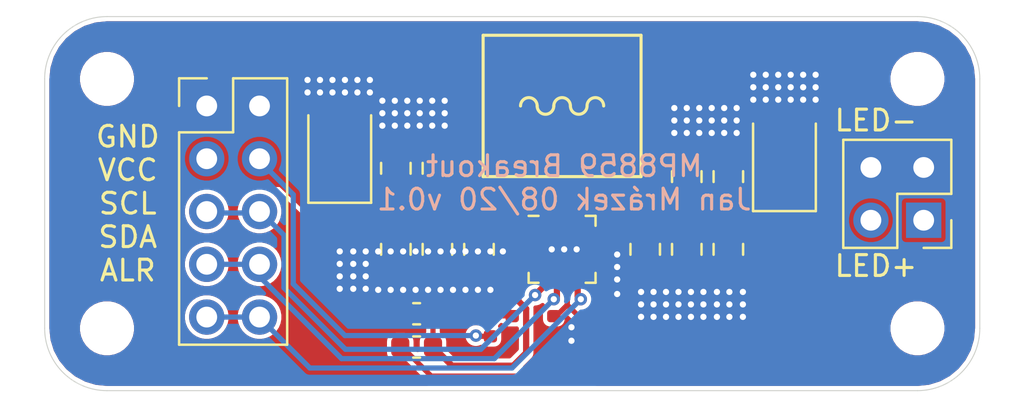
<source format=kicad_pcb>
(kicad_pcb (version 20171130) (host pcbnew 5.1.6-c6e7f7d~87~ubuntu20.04.1)

  (general
    (thickness 1.6)
    (drawings 12)
    (tracks 210)
    (zones 0)
    (modules 29)
    (nets 15)
  )

  (page A4)
  (layers
    (0 F.Cu signal)
    (31 B.Cu signal)
    (32 B.Adhes user)
    (33 F.Adhes user)
    (34 B.Paste user)
    (35 F.Paste user)
    (36 B.SilkS user)
    (37 F.SilkS user)
    (38 B.Mask user)
    (39 F.Mask user)
    (40 Dwgs.User user)
    (41 Cmts.User user)
    (42 Eco1.User user)
    (43 Eco2.User user)
    (44 Edge.Cuts user)
    (45 Margin user)
    (46 B.CrtYd user)
    (47 F.CrtYd user)
    (48 B.Fab user)
    (49 F.Fab user)
  )

  (setup
    (last_trace_width 0.25)
    (user_trace_width 0.2)
    (user_trace_width 0.25)
    (user_trace_width 0.3)
    (user_trace_width 0.4)
    (user_trace_width 0.5)
    (trace_clearance 0.2)
    (zone_clearance 0.2)
    (zone_45_only no)
    (trace_min 0.2)
    (via_size 0.8)
    (via_drill 0.4)
    (via_min_size 0.4)
    (via_min_drill 0.3)
    (user_via 0.6 0.3)
    (uvia_size 0.3)
    (uvia_drill 0.1)
    (uvias_allowed no)
    (uvia_min_size 0.2)
    (uvia_min_drill 0.1)
    (edge_width 0.05)
    (segment_width 0.2)
    (pcb_text_width 0.3)
    (pcb_text_size 1.5 1.5)
    (mod_edge_width 0.12)
    (mod_text_size 1 1)
    (mod_text_width 0.15)
    (pad_size 1.524 1.524)
    (pad_drill 0.762)
    (pad_to_mask_clearance 0.05)
    (aux_axis_origin 0 0)
    (visible_elements FFFFFF7F)
    (pcbplotparams
      (layerselection 0x010fc_ffffffff)
      (usegerberextensions false)
      (usegerberattributes true)
      (usegerberadvancedattributes true)
      (creategerberjobfile true)
      (excludeedgelayer true)
      (linewidth 0.100000)
      (plotframeref false)
      (viasonmask false)
      (mode 1)
      (useauxorigin false)
      (hpglpennumber 1)
      (hpglpenspeed 20)
      (hpglpendiameter 15.000000)
      (psnegative false)
      (psa4output false)
      (plotreference true)
      (plotvalue true)
      (plotinvisibletext false)
      (padsonsilk false)
      (subtractmaskfromsilk false)
      (outputformat 1)
      (mirror false)
      (drillshape 1)
      (scaleselection 1)
      (outputdirectory ""))
  )

  (net 0 "")
  (net 1 GND)
  (net 2 VCC)
  (net 3 "Net-(C5-Pad2)")
  (net 4 "Net-(C6-Pad2)")
  (net 5 LED+)
  (net 6 ALERT)
  (net 7 SDA)
  (net 8 SCL)
  (net 9 /ENABLE)
  (net 10 /3V6)
  (net 11 /L1)
  (net 12 /L2)
  (net 13 /OC)
  (net 14 /ADDRESS)

  (net_class Default "This is the default net class."
    (clearance 0.2)
    (trace_width 0.25)
    (via_dia 0.8)
    (via_drill 0.4)
    (uvia_dia 0.3)
    (uvia_drill 0.1)
    (add_net /3V6)
    (add_net /ADDRESS)
    (add_net /ENABLE)
    (add_net /L1)
    (add_net /L2)
    (add_net /OC)
    (add_net ALERT)
    (add_net GND)
    (add_net LED+)
    (add_net "Net-(C5-Pad2)")
    (add_net "Net-(C6-Pad2)")
    (add_net SCL)
    (add_net SDA)
    (add_net VCC)
  )

  (module MountingHole:MountingHole_2.2mm_M2 (layer F.Cu) (tedit 56D1B4CB) (tstamp 5F308D80)
    (at 153 66)
    (descr "Mounting Hole 2.2mm, no annular, M2")
    (tags "mounting hole 2.2mm no annular m2")
    (path /5F3F086C)
    (attr virtual)
    (fp_text reference H4 (at 0 -3.2) (layer F.SilkS) hide
      (effects (font (size 1 1) (thickness 0.15)))
    )
    (fp_text value MountingHole (at 0 3.2) (layer F.Fab)
      (effects (font (size 1 1) (thickness 0.15)))
    )
    (fp_circle (center 0 0) (end 2.45 0) (layer F.CrtYd) (width 0.05))
    (fp_circle (center 0 0) (end 2.2 0) (layer Cmts.User) (width 0.15))
    (fp_text user %R (at 0.3 0) (layer F.Fab)
      (effects (font (size 1 1) (thickness 0.15)))
    )
    (pad 1 np_thru_hole circle (at 0 0) (size 2.2 2.2) (drill 2.2) (layers *.Cu *.Mask))
  )

  (module MountingHole:MountingHole_2.2mm_M2 (layer F.Cu) (tedit 56D1B4CB) (tstamp 5F308821)
    (at 192 54)
    (descr "Mounting Hole 2.2mm, no annular, M2")
    (tags "mounting hole 2.2mm no annular m2")
    (path /5F3F061B)
    (attr virtual)
    (fp_text reference H3 (at 0 -3.2) (layer F.SilkS) hide
      (effects (font (size 1 1) (thickness 0.15)))
    )
    (fp_text value MountingHole (at 0 3.2) (layer F.Fab)
      (effects (font (size 1 1) (thickness 0.15)))
    )
    (fp_circle (center 0 0) (end 2.45 0) (layer F.CrtYd) (width 0.05))
    (fp_circle (center 0 0) (end 2.2 0) (layer Cmts.User) (width 0.15))
    (fp_text user %R (at 0.3 0) (layer F.Fab)
      (effects (font (size 1 1) (thickness 0.15)))
    )
    (pad 1 np_thru_hole circle (at 0 0) (size 2.2 2.2) (drill 2.2) (layers *.Cu *.Mask))
  )

  (module MountingHole:MountingHole_2.2mm_M2 (layer F.Cu) (tedit 56D1B4CB) (tstamp 5F308FD5)
    (at 192 66)
    (descr "Mounting Hole 2.2mm, no annular, M2")
    (tags "mounting hole 2.2mm no annular m2")
    (path /5F3F04F5)
    (attr virtual)
    (fp_text reference H2 (at 0 -3.2) (layer F.SilkS) hide
      (effects (font (size 1 1) (thickness 0.15)))
    )
    (fp_text value MountingHole (at 0 3.2) (layer F.Fab)
      (effects (font (size 1 1) (thickness 0.15)))
    )
    (fp_circle (center 0 0) (end 2.45 0) (layer F.CrtYd) (width 0.05))
    (fp_circle (center 0 0) (end 2.2 0) (layer Cmts.User) (width 0.15))
    (fp_text user %R (at 0.3 0) (layer F.Fab)
      (effects (font (size 1 1) (thickness 0.15)))
    )
    (pad 1 np_thru_hole circle (at 0 0) (size 2.2 2.2) (drill 2.2) (layers *.Cu *.Mask))
  )

  (module MountingHole:MountingHole_2.2mm_M2 (layer F.Cu) (tedit 56D1B4CB) (tstamp 5F308811)
    (at 153 54)
    (descr "Mounting Hole 2.2mm, no annular, M2")
    (tags "mounting hole 2.2mm no annular m2")
    (path /5F3F008F)
    (attr virtual)
    (fp_text reference H1 (at 0 -3.2) (layer F.SilkS) hide
      (effects (font (size 1 1) (thickness 0.15)))
    )
    (fp_text value MountingHole (at 0 3.2) (layer F.Fab)
      (effects (font (size 1 1) (thickness 0.15)))
    )
    (fp_circle (center 0 0) (end 2.45 0) (layer F.CrtYd) (width 0.05))
    (fp_circle (center 0 0) (end 2.2 0) (layer Cmts.User) (width 0.15))
    (fp_text user %R (at 0.3 0) (layer F.Fab)
      (effects (font (size 1 1) (thickness 0.15)))
    )
    (pad 1 np_thru_hole circle (at 0 0) (size 2.2 2.2) (drill 2.2) (layers *.Cu *.Mask))
  )

  (module Connector_PinHeader_2.54mm:PinHeader_2x05_P2.54mm_Vertical (layer F.Cu) (tedit 59FED5CC) (tstamp 5F305941)
    (at 157.8 55.3)
    (descr "Through hole straight pin header, 2x05, 2.54mm pitch, double rows")
    (tags "Through hole pin header THT 2x05 2.54mm double row")
    (path /5F3D2D8A)
    (fp_text reference J1 (at 1.27 -2.33) (layer F.SilkS) hide
      (effects (font (size 1 1) (thickness 0.15)))
    )
    (fp_text value IO (at 1.27 12.49) (layer F.Fab)
      (effects (font (size 1 1) (thickness 0.15)))
    )
    (fp_line (start 0 -1.27) (end 3.81 -1.27) (layer F.Fab) (width 0.1))
    (fp_line (start 3.81 -1.27) (end 3.81 11.43) (layer F.Fab) (width 0.1))
    (fp_line (start 3.81 11.43) (end -1.27 11.43) (layer F.Fab) (width 0.1))
    (fp_line (start -1.27 11.43) (end -1.27 0) (layer F.Fab) (width 0.1))
    (fp_line (start -1.27 0) (end 0 -1.27) (layer F.Fab) (width 0.1))
    (fp_line (start -1.33 11.49) (end 3.87 11.49) (layer F.SilkS) (width 0.12))
    (fp_line (start -1.33 1.27) (end -1.33 11.49) (layer F.SilkS) (width 0.12))
    (fp_line (start 3.87 -1.33) (end 3.87 11.49) (layer F.SilkS) (width 0.12))
    (fp_line (start -1.33 1.27) (end 1.27 1.27) (layer F.SilkS) (width 0.12))
    (fp_line (start 1.27 1.27) (end 1.27 -1.33) (layer F.SilkS) (width 0.12))
    (fp_line (start 1.27 -1.33) (end 3.87 -1.33) (layer F.SilkS) (width 0.12))
    (fp_line (start -1.33 0) (end -1.33 -1.33) (layer F.SilkS) (width 0.12))
    (fp_line (start -1.33 -1.33) (end 0 -1.33) (layer F.SilkS) (width 0.12))
    (fp_line (start -1.8 -1.8) (end -1.8 11.95) (layer F.CrtYd) (width 0.05))
    (fp_line (start -1.8 11.95) (end 4.35 11.95) (layer F.CrtYd) (width 0.05))
    (fp_line (start 4.35 11.95) (end 4.35 -1.8) (layer F.CrtYd) (width 0.05))
    (fp_line (start 4.35 -1.8) (end -1.8 -1.8) (layer F.CrtYd) (width 0.05))
    (fp_text user %R (at 1.27 5.08 90) (layer F.Fab)
      (effects (font (size 1 1) (thickness 0.15)))
    )
    (pad 1 thru_hole rect (at 0 0) (size 1.7 1.7) (drill 1) (layers *.Cu *.Mask)
      (net 1 GND))
    (pad 2 thru_hole oval (at 2.54 0) (size 1.7 1.7) (drill 1) (layers *.Cu *.Mask)
      (net 1 GND))
    (pad 3 thru_hole oval (at 0 2.54) (size 1.7 1.7) (drill 1) (layers *.Cu *.Mask)
      (net 2 VCC))
    (pad 4 thru_hole oval (at 2.54 2.54) (size 1.7 1.7) (drill 1) (layers *.Cu *.Mask)
      (net 2 VCC))
    (pad 5 thru_hole oval (at 0 5.08) (size 1.7 1.7) (drill 1) (layers *.Cu *.Mask)
      (net 8 SCL))
    (pad 6 thru_hole oval (at 2.54 5.08) (size 1.7 1.7) (drill 1) (layers *.Cu *.Mask)
      (net 8 SCL))
    (pad 7 thru_hole oval (at 0 7.62) (size 1.7 1.7) (drill 1) (layers *.Cu *.Mask)
      (net 7 SDA))
    (pad 8 thru_hole oval (at 2.54 7.62) (size 1.7 1.7) (drill 1) (layers *.Cu *.Mask)
      (net 7 SDA))
    (pad 9 thru_hole oval (at 0 10.16) (size 1.7 1.7) (drill 1) (layers *.Cu *.Mask)
      (net 6 ALERT))
    (pad 10 thru_hole oval (at 2.54 10.16) (size 1.7 1.7) (drill 1) (layers *.Cu *.Mask)
      (net 6 ALERT))
    (model ${KISYS3DMOD}/Connector_PinHeader_2.54mm.3dshapes/PinHeader_2x05_P2.54mm_Vertical.wrl
      (at (xyz 0 0 0))
      (scale (xyz 1 1 1))
      (rotate (xyz 0 0 0))
    )
  )

  (module headlamp:MP8859 (layer F.Cu) (tedit 5F2FE68D) (tstamp 5F3039CD)
    (at 174.9 62.2)
    (descr QFN16)
    (tags "QFN NoLead")
    (path /5F32337A)
    (attr smd)
    (fp_text reference U1 (at 0 -2.82) (layer F.SilkS) hide
      (effects (font (size 1 1) (thickness 0.15)))
    )
    (fp_text value MP8859 (at 0 2.82) (layer F.Fab)
      (effects (font (size 1 1) (thickness 0.15)))
    )
    (fp_line (start 2.12 -2.12) (end -2.12 -2.12) (layer F.CrtYd) (width 0.05))
    (fp_line (start 2.12 2.12) (end 2.12 -2.12) (layer F.CrtYd) (width 0.05))
    (fp_line (start -2.12 2.12) (end 2.12 2.12) (layer F.CrtYd) (width 0.05))
    (fp_line (start -2.12 -2.12) (end -2.12 2.12) (layer F.CrtYd) (width 0.05))
    (fp_line (start -1.5 -0.75) (end -0.75 -1.5) (layer F.Fab) (width 0.1))
    (fp_line (start -1.5 1.5) (end -1.5 -0.75) (layer F.Fab) (width 0.1))
    (fp_line (start 1.5 1.5) (end -1.5 1.5) (layer F.Fab) (width 0.1))
    (fp_line (start 1.5 -1.5) (end 1.5 1.5) (layer F.Fab) (width 0.1))
    (fp_line (start -0.75 -1.5) (end 1.5 -1.5) (layer F.Fab) (width 0.1))
    (fp_line (start -1.135 -1.61) (end -1.61 -1.61) (layer F.SilkS) (width 0.12))
    (fp_line (start 1.61 1.61) (end 1.61 1.135) (layer F.SilkS) (width 0.12))
    (fp_line (start 1.135 1.61) (end 1.61 1.61) (layer F.SilkS) (width 0.12))
    (fp_line (start -1.61 1.61) (end -1.61 1.135) (layer F.SilkS) (width 0.12))
    (fp_line (start -1.135 1.61) (end -1.61 1.61) (layer F.SilkS) (width 0.12))
    (fp_line (start 1.61 -1.61) (end 1.61 -1.135) (layer F.SilkS) (width 0.12))
    (fp_line (start 1.135 -1.61) (end 1.61 -1.61) (layer F.SilkS) (width 0.12))
    (pad 16 smd roundrect (at -0.75 -1.4625) (size 0.25 0.825) (layers F.Cu F.Paste F.Mask) (roundrect_rratio 0.25)
      (net 3 "Net-(C5-Pad2)"))
    (pad 15 smd roundrect (at -0.25 -1.4625) (size 0.25 1.325) (drill (offset 0 0.25)) (layers F.Cu F.Paste F.Mask) (roundrect_rratio 0.25)
      (net 11 /L1))
    (pad 14 smd roundrect (at 0.25 -1.4625) (size 0.25 1.325) (drill (offset 0 0.25)) (layers F.Cu F.Paste F.Mask) (roundrect_rratio 0.25)
      (net 12 /L2))
    (pad 13 smd roundrect (at 0.75 -1.4625) (size 0.25 0.825) (layers F.Cu F.Paste F.Mask) (roundrect_rratio 0.25)
      (net 4 "Net-(C6-Pad2)"))
    (pad 12 smd roundrect (at 1.4625 -0.75) (size 0.825 0.25) (layers F.Cu F.Paste F.Mask) (roundrect_rratio 0.25)
      (net 5 LED+))
    (pad 11 smd roundrect (at 1.4625 -0.25) (size 0.825 0.25) (layers F.Cu F.Paste F.Mask) (roundrect_rratio 0.25)
      (net 1 GND))
    (pad 10 smd roundrect (at 1.4625 0.25) (size 0.825 0.25) (layers F.Cu F.Paste F.Mask) (roundrect_rratio 0.25)
      (net 1 GND))
    (pad 9 smd roundrect (at 1.4625 0.75) (size 0.825 0.25) (layers F.Cu F.Paste F.Mask) (roundrect_rratio 0.25)
      (net 10 /3V6))
    (pad 8 smd roundrect (at 0.75 1.4625) (size 0.25 0.825) (layers F.Cu F.Paste F.Mask) (roundrect_rratio 0.25)
      (net 6 ALERT))
    (pad 7 smd roundrect (at 0.25 1.4625) (size 0.25 1.325) (drill (offset 0 -0.25)) (layers F.Cu F.Paste F.Mask) (roundrect_rratio 0.25)
      (net 13 /OC))
    (pad 6 smd roundrect (at -0.25 1.4625) (size 0.25 1.325) (drill (offset 0 -0.25)) (layers F.Cu F.Paste F.Mask) (roundrect_rratio 0.25)
      (net 7 SDA))
    (pad 5 smd roundrect (at -0.75 1.4625) (size 0.25 0.825) (layers F.Cu F.Paste F.Mask) (roundrect_rratio 0.25)
      (net 8 SCL))
    (pad 4 smd roundrect (at -1.4625 0.75) (size 0.825 0.25) (layers F.Cu F.Paste F.Mask) (roundrect_rratio 0.25)
      (net 14 /ADDRESS))
    (pad 3 smd roundrect (at -1.4625 0.25) (size 0.825 0.25) (layers F.Cu F.Paste F.Mask) (roundrect_rratio 0.25)
      (net 9 /ENABLE))
    (pad 2 smd roundrect (at -1.4625 -0.25) (size 0.825 0.25) (layers F.Cu F.Paste F.Mask) (roundrect_rratio 0.25)
      (net 1 GND))
    (pad 1 smd roundrect (at -1.4625 -0.75) (size 0.825 0.25) (layers F.Cu F.Paste F.Mask) (roundrect_rratio 0.25)
      (net 2 VCC))
    (model ${KISYS3DMOD}/Package_DFN_QFN.3dshapes/QFN-16-1EP_3x3mm_P0.5mm_EP1.7x1.7mm.wrl
      (at (xyz 0 0 0))
      (scale (xyz 1 1 1))
      (rotate (xyz 0 0 0))
    )
  )

  (module Resistor_SMD:R_0402_1005Metric (layer F.Cu) (tedit 5B301BBD) (tstamp 5F3039A9)
    (at 174.5 65.9 270)
    (descr "Resistor SMD 0402 (1005 Metric), square (rectangular) end terminal, IPC_7351 nominal, (Body size source: http://www.tortai-tech.com/upload/download/2011102023233369053.pdf), generated with kicad-footprint-generator")
    (tags resistor)
    (path /5F3308D9)
    (attr smd)
    (fp_text reference R4 (at 0 -1.17 90) (layer F.SilkS) hide
      (effects (font (size 1 1) (thickness 0.15)))
    )
    (fp_text value 21k5 (at 0 1.17 90) (layer F.Fab)
      (effects (font (size 1 1) (thickness 0.15)))
    )
    (fp_line (start 0.93 0.47) (end -0.93 0.47) (layer F.CrtYd) (width 0.05))
    (fp_line (start 0.93 -0.47) (end 0.93 0.47) (layer F.CrtYd) (width 0.05))
    (fp_line (start -0.93 -0.47) (end 0.93 -0.47) (layer F.CrtYd) (width 0.05))
    (fp_line (start -0.93 0.47) (end -0.93 -0.47) (layer F.CrtYd) (width 0.05))
    (fp_line (start 0.5 0.25) (end -0.5 0.25) (layer F.Fab) (width 0.1))
    (fp_line (start 0.5 -0.25) (end 0.5 0.25) (layer F.Fab) (width 0.1))
    (fp_line (start -0.5 -0.25) (end 0.5 -0.25) (layer F.Fab) (width 0.1))
    (fp_line (start -0.5 0.25) (end -0.5 -0.25) (layer F.Fab) (width 0.1))
    (fp_text user %R (at 0 0 90) (layer F.Fab)
      (effects (font (size 0.25 0.25) (thickness 0.04)))
    )
    (pad 2 smd roundrect (at 0.485 0 270) (size 0.59 0.64) (layers F.Cu F.Paste F.Mask) (roundrect_rratio 0.25)
      (net 1 GND))
    (pad 1 smd roundrect (at -0.485 0 270) (size 0.59 0.64) (layers F.Cu F.Paste F.Mask) (roundrect_rratio 0.25)
      (net 13 /OC))
    (model ${KISYS3DMOD}/Resistor_SMD.3dshapes/R_0402_1005Metric.wrl
      (at (xyz 0 0 0))
      (scale (xyz 1 1 1))
      (rotate (xyz 0 0 0))
    )
  )

  (module Resistor_SMD:R_0603_1608Metric (layer F.Cu) (tedit 5B301BBD) (tstamp 5F30399A)
    (at 167.9 66.9 180)
    (descr "Resistor SMD 0603 (1608 Metric), square (rectangular) end terminal, IPC_7351 nominal, (Body size source: http://www.tortai-tech.com/upload/download/2011102023233369053.pdf), generated with kicad-footprint-generator")
    (tags resistor)
    (path /5F3330D6)
    (attr smd)
    (fp_text reference R3 (at 0 -1.43) (layer F.SilkS) hide
      (effects (font (size 1 1) (thickness 0.15)))
    )
    (fp_text value R (at 0 1.43) (layer F.Fab)
      (effects (font (size 1 1) (thickness 0.15)))
    )
    (fp_line (start 1.48 0.73) (end -1.48 0.73) (layer F.CrtYd) (width 0.05))
    (fp_line (start 1.48 -0.73) (end 1.48 0.73) (layer F.CrtYd) (width 0.05))
    (fp_line (start -1.48 -0.73) (end 1.48 -0.73) (layer F.CrtYd) (width 0.05))
    (fp_line (start -1.48 0.73) (end -1.48 -0.73) (layer F.CrtYd) (width 0.05))
    (fp_line (start -0.162779 0.51) (end 0.162779 0.51) (layer F.SilkS) (width 0.12))
    (fp_line (start -0.162779 -0.51) (end 0.162779 -0.51) (layer F.SilkS) (width 0.12))
    (fp_line (start 0.8 0.4) (end -0.8 0.4) (layer F.Fab) (width 0.1))
    (fp_line (start 0.8 -0.4) (end 0.8 0.4) (layer F.Fab) (width 0.1))
    (fp_line (start -0.8 -0.4) (end 0.8 -0.4) (layer F.Fab) (width 0.1))
    (fp_line (start -0.8 0.4) (end -0.8 -0.4) (layer F.Fab) (width 0.1))
    (fp_text user %R (at 0 0) (layer F.Fab)
      (effects (font (size 0.4 0.4) (thickness 0.06)))
    )
    (pad 2 smd roundrect (at 0.7875 0 180) (size 0.875 0.95) (layers F.Cu F.Paste F.Mask) (roundrect_rratio 0.25)
      (net 10 /3V6))
    (pad 1 smd roundrect (at -0.7875 0 180) (size 0.875 0.95) (layers F.Cu F.Paste F.Mask) (roundrect_rratio 0.25)
      (net 14 /ADDRESS))
    (model ${KISYS3DMOD}/Resistor_SMD.3dshapes/R_0603_1608Metric.wrl
      (at (xyz 0 0 0))
      (scale (xyz 1 1 1))
      (rotate (xyz 0 0 0))
    )
  )

  (module Resistor_SMD:R_0603_1608Metric (layer F.Cu) (tedit 5B301BBD) (tstamp 5F303989)
    (at 167.9 65.3 180)
    (descr "Resistor SMD 0603 (1608 Metric), square (rectangular) end terminal, IPC_7351 nominal, (Body size source: http://www.tortai-tech.com/upload/download/2011102023233369053.pdf), generated with kicad-footprint-generator")
    (tags resistor)
    (path /5F333358)
    (attr smd)
    (fp_text reference R2 (at 0 -1.43) (layer F.SilkS) hide
      (effects (font (size 1 1) (thickness 0.15)))
    )
    (fp_text value R (at 0 1.43) (layer F.Fab)
      (effects (font (size 1 1) (thickness 0.15)))
    )
    (fp_line (start 1.48 0.73) (end -1.48 0.73) (layer F.CrtYd) (width 0.05))
    (fp_line (start 1.48 -0.73) (end 1.48 0.73) (layer F.CrtYd) (width 0.05))
    (fp_line (start -1.48 -0.73) (end 1.48 -0.73) (layer F.CrtYd) (width 0.05))
    (fp_line (start -1.48 0.73) (end -1.48 -0.73) (layer F.CrtYd) (width 0.05))
    (fp_line (start -0.162779 0.51) (end 0.162779 0.51) (layer F.SilkS) (width 0.12))
    (fp_line (start -0.162779 -0.51) (end 0.162779 -0.51) (layer F.SilkS) (width 0.12))
    (fp_line (start 0.8 0.4) (end -0.8 0.4) (layer F.Fab) (width 0.1))
    (fp_line (start 0.8 -0.4) (end 0.8 0.4) (layer F.Fab) (width 0.1))
    (fp_line (start -0.8 -0.4) (end 0.8 -0.4) (layer F.Fab) (width 0.1))
    (fp_line (start -0.8 0.4) (end -0.8 -0.4) (layer F.Fab) (width 0.1))
    (fp_text user %R (at 0 0) (layer F.Fab)
      (effects (font (size 0.4 0.4) (thickness 0.06)))
    )
    (pad 2 smd roundrect (at 0.7875 0 180) (size 0.875 0.95) (layers F.Cu F.Paste F.Mask) (roundrect_rratio 0.25)
      (net 1 GND))
    (pad 1 smd roundrect (at -0.7875 0 180) (size 0.875 0.95) (layers F.Cu F.Paste F.Mask) (roundrect_rratio 0.25)
      (net 14 /ADDRESS))
    (model ${KISYS3DMOD}/Resistor_SMD.3dshapes/R_0603_1608Metric.wrl
      (at (xyz 0 0 0))
      (scale (xyz 1 1 1))
      (rotate (xyz 0 0 0))
    )
  )

  (module Resistor_SMD:R_0402_1005Metric (layer F.Cu) (tedit 5B301BBD) (tstamp 5F303978)
    (at 171.45 65.9 90)
    (descr "Resistor SMD 0402 (1005 Metric), square (rectangular) end terminal, IPC_7351 nominal, (Body size source: http://www.tortai-tech.com/upload/download/2011102023233369053.pdf), generated with kicad-footprint-generator")
    (tags resistor)
    (path /5F323B90)
    (attr smd)
    (fp_text reference R1 (at 0 -1.17 90) (layer F.SilkS) hide
      (effects (font (size 1 1) (thickness 0.15)))
    )
    (fp_text value 100k (at 0 1.17 90) (layer F.Fab)
      (effects (font (size 1 1) (thickness 0.15)))
    )
    (fp_line (start 0.93 0.47) (end -0.93 0.47) (layer F.CrtYd) (width 0.05))
    (fp_line (start 0.93 -0.47) (end 0.93 0.47) (layer F.CrtYd) (width 0.05))
    (fp_line (start -0.93 -0.47) (end 0.93 -0.47) (layer F.CrtYd) (width 0.05))
    (fp_line (start -0.93 0.47) (end -0.93 -0.47) (layer F.CrtYd) (width 0.05))
    (fp_line (start 0.5 0.25) (end -0.5 0.25) (layer F.Fab) (width 0.1))
    (fp_line (start 0.5 -0.25) (end 0.5 0.25) (layer F.Fab) (width 0.1))
    (fp_line (start -0.5 -0.25) (end 0.5 -0.25) (layer F.Fab) (width 0.1))
    (fp_line (start -0.5 0.25) (end -0.5 -0.25) (layer F.Fab) (width 0.1))
    (fp_text user %R (at 0 0 90) (layer F.Fab)
      (effects (font (size 0.25 0.25) (thickness 0.04)))
    )
    (pad 2 smd roundrect (at 0.485 0 90) (size 0.59 0.64) (layers F.Cu F.Paste F.Mask) (roundrect_rratio 0.25)
      (net 9 /ENABLE))
    (pad 1 smd roundrect (at -0.485 0 90) (size 0.59 0.64) (layers F.Cu F.Paste F.Mask) (roundrect_rratio 0.25)
      (net 2 VCC))
    (model ${KISYS3DMOD}/Resistor_SMD.3dshapes/R_0402_1005Metric.wrl
      (at (xyz 0 0 0))
      (scale (xyz 1 1 1))
      (rotate (xyz 0 0 0))
    )
  )

  (module headlamp:MWSA0603 (layer F.Cu) (tedit 5F19712F) (tstamp 5F303969)
    (at 174.9 55.3)
    (path /5F325082)
    (attr smd)
    (fp_text reference L1 (at 0 4.5) (layer F.SilkS) hide
      (effects (font (size 1 1) (thickness 0.15)))
    )
    (fp_text value "MWSA0603-4R7MT (4u7)" (at 0 -4.25) (layer F.Fab)
      (effects (font (size 1 1) (thickness 0.15)))
    )
    (fp_line (start 3.8 3.4) (end -3.8 3.4) (layer F.SilkS) (width 0.15))
    (fp_line (start 3.8 -3.4) (end 3.8 3.4) (layer F.SilkS) (width 0.15))
    (fp_line (start -3.8 -3.4) (end 3.8 -3.4) (layer F.SilkS) (width 0.15))
    (fp_line (start -3.8 3.4) (end -3.8 -3.4) (layer F.SilkS) (width 0.15))
    (fp_line (start 3.55 -3.3) (end 3.55 3.3) (layer F.Fab) (width 0.12))
    (fp_line (start -3.55 -3.3) (end -3.55 3.3) (layer F.Fab) (width 0.12))
    (fp_line (start -3.55 3.3) (end 3.55 3.3) (layer F.Fab) (width 0.12))
    (fp_line (start -3.55 -3.3) (end 3.55 -3.3) (layer F.Fab) (width 0.12))
    (fp_arc (start -1.6 0) (end -1.2 0) (angle -180) (layer F.SilkS) (width 0.15))
    (fp_arc (start -0.8 0) (end -1.2 0) (angle -180) (layer F.SilkS) (width 0.15))
    (fp_arc (start 1.6 0) (end 2 0) (angle -180) (layer F.SilkS) (width 0.15))
    (fp_arc (start 0.8 0) (end 0.4 0) (angle -180) (layer F.SilkS) (width 0.15))
    (fp_arc (start 0 0) (end 0.4 0) (angle -180) (layer F.SilkS) (width 0.15))
    (pad 2 smd rect (at 3.6 0 180) (size 1.6 3) (drill (offset 0.8 0)) (layers F.Cu F.Paste F.Mask)
      (net 12 /L2))
    (pad 1 smd rect (at -3.6 0) (size 1.6 3) (drill (offset 0.8 0)) (layers F.Cu F.Paste F.Mask)
      (net 11 /L1))
  )

  (module Connector_PinHeader_2.54mm:PinHeader_2x02_P2.54mm_Vertical (layer F.Cu) (tedit 59FED5CC) (tstamp 5F303956)
    (at 192.3 60.8 180)
    (descr "Through hole straight pin header, 2x02, 2.54mm pitch, double rows")
    (tags "Through hole pin header THT 2x02 2.54mm double row")
    (path /5F360584)
    (fp_text reference J2 (at 1.27 -2.33) (layer F.SilkS) hide
      (effects (font (size 1 1) (thickness 0.15)))
    )
    (fp_text value LED (at 1.27 4.87) (layer F.Fab)
      (effects (font (size 1 1) (thickness 0.15)))
    )
    (fp_line (start 4.35 -1.8) (end -1.8 -1.8) (layer F.CrtYd) (width 0.05))
    (fp_line (start 4.35 4.35) (end 4.35 -1.8) (layer F.CrtYd) (width 0.05))
    (fp_line (start -1.8 4.35) (end 4.35 4.35) (layer F.CrtYd) (width 0.05))
    (fp_line (start -1.8 -1.8) (end -1.8 4.35) (layer F.CrtYd) (width 0.05))
    (fp_line (start -1.33 -1.33) (end 0 -1.33) (layer F.SilkS) (width 0.12))
    (fp_line (start -1.33 0) (end -1.33 -1.33) (layer F.SilkS) (width 0.12))
    (fp_line (start 1.27 -1.33) (end 3.87 -1.33) (layer F.SilkS) (width 0.12))
    (fp_line (start 1.27 1.27) (end 1.27 -1.33) (layer F.SilkS) (width 0.12))
    (fp_line (start -1.33 1.27) (end 1.27 1.27) (layer F.SilkS) (width 0.12))
    (fp_line (start 3.87 -1.33) (end 3.87 3.87) (layer F.SilkS) (width 0.12))
    (fp_line (start -1.33 1.27) (end -1.33 3.87) (layer F.SilkS) (width 0.12))
    (fp_line (start -1.33 3.87) (end 3.87 3.87) (layer F.SilkS) (width 0.12))
    (fp_line (start -1.27 0) (end 0 -1.27) (layer F.Fab) (width 0.1))
    (fp_line (start -1.27 3.81) (end -1.27 0) (layer F.Fab) (width 0.1))
    (fp_line (start 3.81 3.81) (end -1.27 3.81) (layer F.Fab) (width 0.1))
    (fp_line (start 3.81 -1.27) (end 3.81 3.81) (layer F.Fab) (width 0.1))
    (fp_line (start 0 -1.27) (end 3.81 -1.27) (layer F.Fab) (width 0.1))
    (fp_text user %R (at 1.27 1.27 90) (layer F.Fab)
      (effects (font (size 1 1) (thickness 0.15)))
    )
    (pad 4 thru_hole oval (at 2.54 2.54 180) (size 1.7 1.7) (drill 1) (layers *.Cu *.Mask)
      (net 1 GND))
    (pad 3 thru_hole oval (at 0 2.54 180) (size 1.7 1.7) (drill 1) (layers *.Cu *.Mask)
      (net 1 GND))
    (pad 2 thru_hole oval (at 2.54 0 180) (size 1.7 1.7) (drill 1) (layers *.Cu *.Mask)
      (net 5 LED+))
    (pad 1 thru_hole rect (at 0 0 180) (size 1.7 1.7) (drill 1) (layers *.Cu *.Mask)
      (net 5 LED+))
    (model ${KISYS3DMOD}/Connector_PinHeader_2.54mm.3dshapes/PinHeader_2x02_P2.54mm_Vertical.wrl
      (at (xyz 0 0 0))
      (scale (xyz 1 1 1))
      (rotate (xyz 0 0 0))
    )
  )

  (module Capacitor_SMD:C_0805_2012Metric (layer F.Cu) (tedit 5B36C52B) (tstamp 5F30391C)
    (at 182.9 58.7 90)
    (descr "Capacitor SMD 0805 (2012 Metric), square (rectangular) end terminal, IPC_7351 nominal, (Body size source: https://docs.google.com/spreadsheets/d/1BsfQQcO9C6DZCsRaXUlFlo91Tg2WpOkGARC1WS5S8t0/edit?usp=sharing), generated with kicad-footprint-generator")
    (tags capacitor)
    (path /5F38D91C)
    (attr smd)
    (fp_text reference C17 (at 0 -1.65 90) (layer F.SilkS) hide
      (effects (font (size 1 1) (thickness 0.15)))
    )
    (fp_text value 22u (at 0 1.65 90) (layer F.Fab)
      (effects (font (size 1 1) (thickness 0.15)))
    )
    (fp_line (start 1.68 0.95) (end -1.68 0.95) (layer F.CrtYd) (width 0.05))
    (fp_line (start 1.68 -0.95) (end 1.68 0.95) (layer F.CrtYd) (width 0.05))
    (fp_line (start -1.68 -0.95) (end 1.68 -0.95) (layer F.CrtYd) (width 0.05))
    (fp_line (start -1.68 0.95) (end -1.68 -0.95) (layer F.CrtYd) (width 0.05))
    (fp_line (start -0.258578 0.71) (end 0.258578 0.71) (layer F.SilkS) (width 0.12))
    (fp_line (start -0.258578 -0.71) (end 0.258578 -0.71) (layer F.SilkS) (width 0.12))
    (fp_line (start 1 0.6) (end -1 0.6) (layer F.Fab) (width 0.1))
    (fp_line (start 1 -0.6) (end 1 0.6) (layer F.Fab) (width 0.1))
    (fp_line (start -1 -0.6) (end 1 -0.6) (layer F.Fab) (width 0.1))
    (fp_line (start -1 0.6) (end -1 -0.6) (layer F.Fab) (width 0.1))
    (fp_text user %R (at 0 0 90) (layer F.Fab)
      (effects (font (size 0.5 0.5) (thickness 0.08)))
    )
    (pad 2 smd roundrect (at 0.9375 0 90) (size 0.975 1.4) (layers F.Cu F.Paste F.Mask) (roundrect_rratio 0.25)
      (net 1 GND))
    (pad 1 smd roundrect (at -0.9375 0 90) (size 0.975 1.4) (layers F.Cu F.Paste F.Mask) (roundrect_rratio 0.25)
      (net 5 LED+))
    (model ${KISYS3DMOD}/Capacitor_SMD.3dshapes/C_0805_2012Metric.wrl
      (at (xyz 0 0 0))
      (scale (xyz 1 1 1))
      (rotate (xyz 0 0 0))
    )
  )

  (module Capacitor_SMD:C_0805_2012Metric (layer F.Cu) (tedit 5B36C52B) (tstamp 5F30390B)
    (at 180.9 58.7 90)
    (descr "Capacitor SMD 0805 (2012 Metric), square (rectangular) end terminal, IPC_7351 nominal, (Body size source: https://docs.google.com/spreadsheets/d/1BsfQQcO9C6DZCsRaXUlFlo91Tg2WpOkGARC1WS5S8t0/edit?usp=sharing), generated with kicad-footprint-generator")
    (tags capacitor)
    (path /5F38D61B)
    (attr smd)
    (fp_text reference C16 (at 0 -1.65 90) (layer F.SilkS) hide
      (effects (font (size 1 1) (thickness 0.15)))
    )
    (fp_text value 22u (at 0 1.65 90) (layer F.Fab)
      (effects (font (size 1 1) (thickness 0.15)))
    )
    (fp_line (start 1.68 0.95) (end -1.68 0.95) (layer F.CrtYd) (width 0.05))
    (fp_line (start 1.68 -0.95) (end 1.68 0.95) (layer F.CrtYd) (width 0.05))
    (fp_line (start -1.68 -0.95) (end 1.68 -0.95) (layer F.CrtYd) (width 0.05))
    (fp_line (start -1.68 0.95) (end -1.68 -0.95) (layer F.CrtYd) (width 0.05))
    (fp_line (start -0.258578 0.71) (end 0.258578 0.71) (layer F.SilkS) (width 0.12))
    (fp_line (start -0.258578 -0.71) (end 0.258578 -0.71) (layer F.SilkS) (width 0.12))
    (fp_line (start 1 0.6) (end -1 0.6) (layer F.Fab) (width 0.1))
    (fp_line (start 1 -0.6) (end 1 0.6) (layer F.Fab) (width 0.1))
    (fp_line (start -1 -0.6) (end 1 -0.6) (layer F.Fab) (width 0.1))
    (fp_line (start -1 0.6) (end -1 -0.6) (layer F.Fab) (width 0.1))
    (fp_text user %R (at 0 0 90) (layer F.Fab)
      (effects (font (size 0.5 0.5) (thickness 0.08)))
    )
    (pad 2 smd roundrect (at 0.9375 0 90) (size 0.975 1.4) (layers F.Cu F.Paste F.Mask) (roundrect_rratio 0.25)
      (net 1 GND))
    (pad 1 smd roundrect (at -0.9375 0 90) (size 0.975 1.4) (layers F.Cu F.Paste F.Mask) (roundrect_rratio 0.25)
      (net 5 LED+))
    (model ${KISYS3DMOD}/Capacitor_SMD.3dshapes/C_0805_2012Metric.wrl
      (at (xyz 0 0 0))
      (scale (xyz 1 1 1))
      (rotate (xyz 0 0 0))
    )
  )

  (module Capacitor_SMD:C_0805_2012Metric (layer F.Cu) (tedit 5B36C52B) (tstamp 5F30412A)
    (at 182.9 62.2 270)
    (descr "Capacitor SMD 0805 (2012 Metric), square (rectangular) end terminal, IPC_7351 nominal, (Body size source: https://docs.google.com/spreadsheets/d/1BsfQQcO9C6DZCsRaXUlFlo91Tg2WpOkGARC1WS5S8t0/edit?usp=sharing), generated with kicad-footprint-generator")
    (tags capacitor)
    (path /5F38984A)
    (attr smd)
    (fp_text reference C15 (at 0 -1.65 90) (layer F.SilkS) hide
      (effects (font (size 1 1) (thickness 0.15)))
    )
    (fp_text value 22u (at 0 1.65 90) (layer F.Fab)
      (effects (font (size 1 1) (thickness 0.15)))
    )
    (fp_line (start 1.68 0.95) (end -1.68 0.95) (layer F.CrtYd) (width 0.05))
    (fp_line (start 1.68 -0.95) (end 1.68 0.95) (layer F.CrtYd) (width 0.05))
    (fp_line (start -1.68 -0.95) (end 1.68 -0.95) (layer F.CrtYd) (width 0.05))
    (fp_line (start -1.68 0.95) (end -1.68 -0.95) (layer F.CrtYd) (width 0.05))
    (fp_line (start -0.258578 0.71) (end 0.258578 0.71) (layer F.SilkS) (width 0.12))
    (fp_line (start -0.258578 -0.71) (end 0.258578 -0.71) (layer F.SilkS) (width 0.12))
    (fp_line (start 1 0.6) (end -1 0.6) (layer F.Fab) (width 0.1))
    (fp_line (start 1 -0.6) (end 1 0.6) (layer F.Fab) (width 0.1))
    (fp_line (start -1 -0.6) (end 1 -0.6) (layer F.Fab) (width 0.1))
    (fp_line (start -1 0.6) (end -1 -0.6) (layer F.Fab) (width 0.1))
    (fp_text user %R (at 0 0 90) (layer F.Fab)
      (effects (font (size 0.5 0.5) (thickness 0.08)))
    )
    (pad 2 smd roundrect (at 0.9375 0 270) (size 0.975 1.4) (layers F.Cu F.Paste F.Mask) (roundrect_rratio 0.25)
      (net 1 GND))
    (pad 1 smd roundrect (at -0.9375 0 270) (size 0.975 1.4) (layers F.Cu F.Paste F.Mask) (roundrect_rratio 0.25)
      (net 5 LED+))
    (model ${KISYS3DMOD}/Capacitor_SMD.3dshapes/C_0805_2012Metric.wrl
      (at (xyz 0 0 0))
      (scale (xyz 1 1 1))
      (rotate (xyz 0 0 0))
    )
  )

  (module Capacitor_SMD:C_0805_2012Metric (layer F.Cu) (tedit 5B36C52B) (tstamp 5F3038E9)
    (at 180.9 62.2 270)
    (descr "Capacitor SMD 0805 (2012 Metric), square (rectangular) end terminal, IPC_7351 nominal, (Body size source: https://docs.google.com/spreadsheets/d/1BsfQQcO9C6DZCsRaXUlFlo91Tg2WpOkGARC1WS5S8t0/edit?usp=sharing), generated with kicad-footprint-generator")
    (tags capacitor)
    (path /5F387216)
    (attr smd)
    (fp_text reference C14 (at 0 -1.65 90) (layer F.SilkS) hide
      (effects (font (size 1 1) (thickness 0.15)))
    )
    (fp_text value 22u (at 0 1.65 90) (layer F.Fab)
      (effects (font (size 1 1) (thickness 0.15)))
    )
    (fp_line (start 1.68 0.95) (end -1.68 0.95) (layer F.CrtYd) (width 0.05))
    (fp_line (start 1.68 -0.95) (end 1.68 0.95) (layer F.CrtYd) (width 0.05))
    (fp_line (start -1.68 -0.95) (end 1.68 -0.95) (layer F.CrtYd) (width 0.05))
    (fp_line (start -1.68 0.95) (end -1.68 -0.95) (layer F.CrtYd) (width 0.05))
    (fp_line (start -0.258578 0.71) (end 0.258578 0.71) (layer F.SilkS) (width 0.12))
    (fp_line (start -0.258578 -0.71) (end 0.258578 -0.71) (layer F.SilkS) (width 0.12))
    (fp_line (start 1 0.6) (end -1 0.6) (layer F.Fab) (width 0.1))
    (fp_line (start 1 -0.6) (end 1 0.6) (layer F.Fab) (width 0.1))
    (fp_line (start -1 -0.6) (end 1 -0.6) (layer F.Fab) (width 0.1))
    (fp_line (start -1 0.6) (end -1 -0.6) (layer F.Fab) (width 0.1))
    (fp_text user %R (at 0 0 90) (layer F.Fab)
      (effects (font (size 0.5 0.5) (thickness 0.08)))
    )
    (pad 2 smd roundrect (at 0.9375 0 270) (size 0.975 1.4) (layers F.Cu F.Paste F.Mask) (roundrect_rratio 0.25)
      (net 1 GND))
    (pad 1 smd roundrect (at -0.9375 0 270) (size 0.975 1.4) (layers F.Cu F.Paste F.Mask) (roundrect_rratio 0.25)
      (net 5 LED+))
    (model ${KISYS3DMOD}/Capacitor_SMD.3dshapes/C_0805_2012Metric.wrl
      (at (xyz 0 0 0))
      (scale (xyz 1 1 1))
      (rotate (xyz 0 0 0))
    )
  )

  (module Capacitor_SMD:C_0805_2012Metric (layer F.Cu) (tedit 5B36C52B) (tstamp 5F3038D8)
    (at 170.9 62.2 90)
    (descr "Capacitor SMD 0805 (2012 Metric), square (rectangular) end terminal, IPC_7351 nominal, (Body size source: https://docs.google.com/spreadsheets/d/1BsfQQcO9C6DZCsRaXUlFlo91Tg2WpOkGARC1WS5S8t0/edit?usp=sharing), generated with kicad-footprint-generator")
    (tags capacitor)
    (path /5F386979)
    (attr smd)
    (fp_text reference C13 (at 0 -1.65 90) (layer F.SilkS) hide
      (effects (font (size 1 1) (thickness 0.15)))
    )
    (fp_text value 22u (at 0 1.65 90) (layer F.Fab)
      (effects (font (size 1 1) (thickness 0.15)))
    )
    (fp_line (start 1.68 0.95) (end -1.68 0.95) (layer F.CrtYd) (width 0.05))
    (fp_line (start 1.68 -0.95) (end 1.68 0.95) (layer F.CrtYd) (width 0.05))
    (fp_line (start -1.68 -0.95) (end 1.68 -0.95) (layer F.CrtYd) (width 0.05))
    (fp_line (start -1.68 0.95) (end -1.68 -0.95) (layer F.CrtYd) (width 0.05))
    (fp_line (start -0.258578 0.71) (end 0.258578 0.71) (layer F.SilkS) (width 0.12))
    (fp_line (start -0.258578 -0.71) (end 0.258578 -0.71) (layer F.SilkS) (width 0.12))
    (fp_line (start 1 0.6) (end -1 0.6) (layer F.Fab) (width 0.1))
    (fp_line (start 1 -0.6) (end 1 0.6) (layer F.Fab) (width 0.1))
    (fp_line (start -1 -0.6) (end 1 -0.6) (layer F.Fab) (width 0.1))
    (fp_line (start -1 0.6) (end -1 -0.6) (layer F.Fab) (width 0.1))
    (fp_text user %R (at 0 0 90) (layer F.Fab)
      (effects (font (size 0.5 0.5) (thickness 0.08)))
    )
    (pad 2 smd roundrect (at 0.9375 0 90) (size 0.975 1.4) (layers F.Cu F.Paste F.Mask) (roundrect_rratio 0.25)
      (net 2 VCC))
    (pad 1 smd roundrect (at -0.9375 0 90) (size 0.975 1.4) (layers F.Cu F.Paste F.Mask) (roundrect_rratio 0.25)
      (net 1 GND))
    (model ${KISYS3DMOD}/Capacitor_SMD.3dshapes/C_0805_2012Metric.wrl
      (at (xyz 0 0 0))
      (scale (xyz 1 1 1))
      (rotate (xyz 0 0 0))
    )
  )

  (module Capacitor_SMD:C_0805_2012Metric (layer F.Cu) (tedit 5B36C52B) (tstamp 5F3038C7)
    (at 168.9 62.2 90)
    (descr "Capacitor SMD 0805 (2012 Metric), square (rectangular) end terminal, IPC_7351 nominal, (Body size source: https://docs.google.com/spreadsheets/d/1BsfQQcO9C6DZCsRaXUlFlo91Tg2WpOkGARC1WS5S8t0/edit?usp=sharing), generated with kicad-footprint-generator")
    (tags capacitor)
    (path /5F390A40)
    (attr smd)
    (fp_text reference C12 (at 0 -1.65 90) (layer F.SilkS) hide
      (effects (font (size 1 1) (thickness 0.15)))
    )
    (fp_text value 22u (at 0 1.65 90) (layer F.Fab)
      (effects (font (size 1 1) (thickness 0.15)))
    )
    (fp_line (start 1.68 0.95) (end -1.68 0.95) (layer F.CrtYd) (width 0.05))
    (fp_line (start 1.68 -0.95) (end 1.68 0.95) (layer F.CrtYd) (width 0.05))
    (fp_line (start -1.68 -0.95) (end 1.68 -0.95) (layer F.CrtYd) (width 0.05))
    (fp_line (start -1.68 0.95) (end -1.68 -0.95) (layer F.CrtYd) (width 0.05))
    (fp_line (start -0.258578 0.71) (end 0.258578 0.71) (layer F.SilkS) (width 0.12))
    (fp_line (start -0.258578 -0.71) (end 0.258578 -0.71) (layer F.SilkS) (width 0.12))
    (fp_line (start 1 0.6) (end -1 0.6) (layer F.Fab) (width 0.1))
    (fp_line (start 1 -0.6) (end 1 0.6) (layer F.Fab) (width 0.1))
    (fp_line (start -1 -0.6) (end 1 -0.6) (layer F.Fab) (width 0.1))
    (fp_line (start -1 0.6) (end -1 -0.6) (layer F.Fab) (width 0.1))
    (fp_text user %R (at 0 0 90) (layer F.Fab)
      (effects (font (size 0.5 0.5) (thickness 0.08)))
    )
    (pad 2 smd roundrect (at 0.9375 0 90) (size 0.975 1.4) (layers F.Cu F.Paste F.Mask) (roundrect_rratio 0.25)
      (net 2 VCC))
    (pad 1 smd roundrect (at -0.9375 0 90) (size 0.975 1.4) (layers F.Cu F.Paste F.Mask) (roundrect_rratio 0.25)
      (net 1 GND))
    (model ${KISYS3DMOD}/Capacitor_SMD.3dshapes/C_0805_2012Metric.wrl
      (at (xyz 0 0 0))
      (scale (xyz 1 1 1))
      (rotate (xyz 0 0 0))
    )
  )

  (module Capacitor_SMD:C_0805_2012Metric (layer F.Cu) (tedit 5B36C52B) (tstamp 5F303EFC)
    (at 166.9 62.2 90)
    (descr "Capacitor SMD 0805 (2012 Metric), square (rectangular) end terminal, IPC_7351 nominal, (Body size source: https://docs.google.com/spreadsheets/d/1BsfQQcO9C6DZCsRaXUlFlo91Tg2WpOkGARC1WS5S8t0/edit?usp=sharing), generated with kicad-footprint-generator")
    (tags capacitor)
    (path /5F390D4F)
    (attr smd)
    (fp_text reference C11 (at 0 -1.65 90) (layer F.SilkS) hide
      (effects (font (size 1 1) (thickness 0.15)))
    )
    (fp_text value 22u (at 0 1.65 90) (layer F.Fab)
      (effects (font (size 1 1) (thickness 0.15)))
    )
    (fp_line (start 1.68 0.95) (end -1.68 0.95) (layer F.CrtYd) (width 0.05))
    (fp_line (start 1.68 -0.95) (end 1.68 0.95) (layer F.CrtYd) (width 0.05))
    (fp_line (start -1.68 -0.95) (end 1.68 -0.95) (layer F.CrtYd) (width 0.05))
    (fp_line (start -1.68 0.95) (end -1.68 -0.95) (layer F.CrtYd) (width 0.05))
    (fp_line (start -0.258578 0.71) (end 0.258578 0.71) (layer F.SilkS) (width 0.12))
    (fp_line (start -0.258578 -0.71) (end 0.258578 -0.71) (layer F.SilkS) (width 0.12))
    (fp_line (start 1 0.6) (end -1 0.6) (layer F.Fab) (width 0.1))
    (fp_line (start 1 -0.6) (end 1 0.6) (layer F.Fab) (width 0.1))
    (fp_line (start -1 -0.6) (end 1 -0.6) (layer F.Fab) (width 0.1))
    (fp_line (start -1 0.6) (end -1 -0.6) (layer F.Fab) (width 0.1))
    (fp_text user %R (at 0 0 90) (layer F.Fab)
      (effects (font (size 0.5 0.5) (thickness 0.08)))
    )
    (pad 2 smd roundrect (at 0.9375 0 90) (size 0.975 1.4) (layers F.Cu F.Paste F.Mask) (roundrect_rratio 0.25)
      (net 2 VCC))
    (pad 1 smd roundrect (at -0.9375 0 90) (size 0.975 1.4) (layers F.Cu F.Paste F.Mask) (roundrect_rratio 0.25)
      (net 1 GND))
    (model ${KISYS3DMOD}/Capacitor_SMD.3dshapes/C_0805_2012Metric.wrl
      (at (xyz 0 0 0))
      (scale (xyz 1 1 1))
      (rotate (xyz 0 0 0))
    )
  )

  (module Capacitor_Tantalum_SMD:CP_EIA-3528-21_Kemet-B (layer F.Cu) (tedit 5B342532) (tstamp 5F3038A5)
    (at 185.6 57.9 90)
    (descr "Tantalum Capacitor SMD Kemet-B (3528-21 Metric), IPC_7351 nominal, (Body size from: http://www.kemet.com/Lists/ProductCatalog/Attachments/253/KEM_TC101_STD.pdf), generated with kicad-footprint-generator")
    (tags "capacitor tantalum")
    (path /5F3454BE)
    (attr smd)
    (fp_text reference C10 (at 0 -2.35 90) (layer F.SilkS) hide
      (effects (font (size 1 1) (thickness 0.15)))
    )
    (fp_text value 100u (at 0 2.35 90) (layer F.Fab)
      (effects (font (size 1 1) (thickness 0.15)))
    )
    (fp_line (start 2.45 1.65) (end -2.45 1.65) (layer F.CrtYd) (width 0.05))
    (fp_line (start 2.45 -1.65) (end 2.45 1.65) (layer F.CrtYd) (width 0.05))
    (fp_line (start -2.45 -1.65) (end 2.45 -1.65) (layer F.CrtYd) (width 0.05))
    (fp_line (start -2.45 1.65) (end -2.45 -1.65) (layer F.CrtYd) (width 0.05))
    (fp_line (start -2.46 1.51) (end 1.75 1.51) (layer F.SilkS) (width 0.12))
    (fp_line (start -2.46 -1.51) (end -2.46 1.51) (layer F.SilkS) (width 0.12))
    (fp_line (start 1.75 -1.51) (end -2.46 -1.51) (layer F.SilkS) (width 0.12))
    (fp_line (start 1.75 1.4) (end 1.75 -1.4) (layer F.Fab) (width 0.1))
    (fp_line (start -1.75 1.4) (end 1.75 1.4) (layer F.Fab) (width 0.1))
    (fp_line (start -1.75 -0.7) (end -1.75 1.4) (layer F.Fab) (width 0.1))
    (fp_line (start -1.05 -1.4) (end -1.75 -0.7) (layer F.Fab) (width 0.1))
    (fp_line (start 1.75 -1.4) (end -1.05 -1.4) (layer F.Fab) (width 0.1))
    (fp_text user %R (at 0 0 90) (layer F.Fab)
      (effects (font (size 0.88 0.88) (thickness 0.13)))
    )
    (pad 2 smd roundrect (at 1.5375 0 90) (size 1.325 2.35) (layers F.Cu F.Paste F.Mask) (roundrect_rratio 0.188679)
      (net 1 GND))
    (pad 1 smd roundrect (at -1.5375 0 90) (size 1.325 2.35) (layers F.Cu F.Paste F.Mask) (roundrect_rratio 0.188679)
      (net 5 LED+))
    (model ${KISYS3DMOD}/Capacitor_Tantalum_SMD.3dshapes/CP_EIA-3528-21_Kemet-B.wrl
      (at (xyz 0 0 0))
      (scale (xyz 1 1 1))
      (rotate (xyz 0 0 0))
    )
  )

  (module Capacitor_SMD:C_0805_2012Metric (layer F.Cu) (tedit 5B36C52B) (tstamp 5F303892)
    (at 168.9 58.3 270)
    (descr "Capacitor SMD 0805 (2012 Metric), square (rectangular) end terminal, IPC_7351 nominal, (Body size source: https://docs.google.com/spreadsheets/d/1BsfQQcO9C6DZCsRaXUlFlo91Tg2WpOkGARC1WS5S8t0/edit?usp=sharing), generated with kicad-footprint-generator")
    (tags capacitor)
    (path /5F3911EC)
    (attr smd)
    (fp_text reference C9 (at 0 -1.65 90) (layer F.SilkS) hide
      (effects (font (size 1 1) (thickness 0.15)))
    )
    (fp_text value 22u (at 0 1.65 90) (layer F.Fab)
      (effects (font (size 1 1) (thickness 0.15)))
    )
    (fp_line (start 1.68 0.95) (end -1.68 0.95) (layer F.CrtYd) (width 0.05))
    (fp_line (start 1.68 -0.95) (end 1.68 0.95) (layer F.CrtYd) (width 0.05))
    (fp_line (start -1.68 -0.95) (end 1.68 -0.95) (layer F.CrtYd) (width 0.05))
    (fp_line (start -1.68 0.95) (end -1.68 -0.95) (layer F.CrtYd) (width 0.05))
    (fp_line (start -0.258578 0.71) (end 0.258578 0.71) (layer F.SilkS) (width 0.12))
    (fp_line (start -0.258578 -0.71) (end 0.258578 -0.71) (layer F.SilkS) (width 0.12))
    (fp_line (start 1 0.6) (end -1 0.6) (layer F.Fab) (width 0.1))
    (fp_line (start 1 -0.6) (end 1 0.6) (layer F.Fab) (width 0.1))
    (fp_line (start -1 -0.6) (end 1 -0.6) (layer F.Fab) (width 0.1))
    (fp_line (start -1 0.6) (end -1 -0.6) (layer F.Fab) (width 0.1))
    (fp_text user %R (at 0 0 90) (layer F.Fab)
      (effects (font (size 0.5 0.5) (thickness 0.08)))
    )
    (pad 2 smd roundrect (at 0.9375 0 270) (size 0.975 1.4) (layers F.Cu F.Paste F.Mask) (roundrect_rratio 0.25)
      (net 2 VCC))
    (pad 1 smd roundrect (at -0.9375 0 270) (size 0.975 1.4) (layers F.Cu F.Paste F.Mask) (roundrect_rratio 0.25)
      (net 1 GND))
    (model ${KISYS3DMOD}/Capacitor_SMD.3dshapes/C_0805_2012Metric.wrl
      (at (xyz 0 0 0))
      (scale (xyz 1 1 1))
      (rotate (xyz 0 0 0))
    )
  )

  (module Capacitor_SMD:C_0805_2012Metric (layer F.Cu) (tedit 5B36C52B) (tstamp 5F303881)
    (at 178.9 62.2 270)
    (descr "Capacitor SMD 0805 (2012 Metric), square (rectangular) end terminal, IPC_7351 nominal, (Body size source: https://docs.google.com/spreadsheets/d/1BsfQQcO9C6DZCsRaXUlFlo91Tg2WpOkGARC1WS5S8t0/edit?usp=sharing), generated with kicad-footprint-generator")
    (tags capacitor)
    (path /5F3438E4)
    (attr smd)
    (fp_text reference C8 (at 0 -1.65 90) (layer F.SilkS) hide
      (effects (font (size 1 1) (thickness 0.15)))
    )
    (fp_text value 22u (at 0 1.65 90) (layer F.Fab)
      (effects (font (size 1 1) (thickness 0.15)))
    )
    (fp_line (start 1.68 0.95) (end -1.68 0.95) (layer F.CrtYd) (width 0.05))
    (fp_line (start 1.68 -0.95) (end 1.68 0.95) (layer F.CrtYd) (width 0.05))
    (fp_line (start -1.68 -0.95) (end 1.68 -0.95) (layer F.CrtYd) (width 0.05))
    (fp_line (start -1.68 0.95) (end -1.68 -0.95) (layer F.CrtYd) (width 0.05))
    (fp_line (start -0.258578 0.71) (end 0.258578 0.71) (layer F.SilkS) (width 0.12))
    (fp_line (start -0.258578 -0.71) (end 0.258578 -0.71) (layer F.SilkS) (width 0.12))
    (fp_line (start 1 0.6) (end -1 0.6) (layer F.Fab) (width 0.1))
    (fp_line (start 1 -0.6) (end 1 0.6) (layer F.Fab) (width 0.1))
    (fp_line (start -1 -0.6) (end 1 -0.6) (layer F.Fab) (width 0.1))
    (fp_line (start -1 0.6) (end -1 -0.6) (layer F.Fab) (width 0.1))
    (fp_text user %R (at 0 0 90) (layer F.Fab)
      (effects (font (size 0.5 0.5) (thickness 0.08)))
    )
    (pad 2 smd roundrect (at 0.9375 0 270) (size 0.975 1.4) (layers F.Cu F.Paste F.Mask) (roundrect_rratio 0.25)
      (net 1 GND))
    (pad 1 smd roundrect (at -0.9375 0 270) (size 0.975 1.4) (layers F.Cu F.Paste F.Mask) (roundrect_rratio 0.25)
      (net 5 LED+))
    (model ${KISYS3DMOD}/Capacitor_SMD.3dshapes/C_0805_2012Metric.wrl
      (at (xyz 0 0 0))
      (scale (xyz 1 1 1))
      (rotate (xyz 0 0 0))
    )
  )

  (module Capacitor_SMD:C_0402_1005Metric (layer F.Cu) (tedit 5B301BBE) (tstamp 5F303870)
    (at 176.3 65.9 270)
    (descr "Capacitor SMD 0402 (1005 Metric), square (rectangular) end terminal, IPC_7351 nominal, (Body size source: http://www.tortai-tech.com/upload/download/2011102023233369053.pdf), generated with kicad-footprint-generator")
    (tags capacitor)
    (path /5F330FC8)
    (attr smd)
    (fp_text reference C7 (at 0 -1.17 90) (layer F.SilkS) hide
      (effects (font (size 1 1) (thickness 0.15)))
    )
    (fp_text value 22n (at 0 1.17 90) (layer F.Fab)
      (effects (font (size 1 1) (thickness 0.15)))
    )
    (fp_line (start 0.93 0.47) (end -0.93 0.47) (layer F.CrtYd) (width 0.05))
    (fp_line (start 0.93 -0.47) (end 0.93 0.47) (layer F.CrtYd) (width 0.05))
    (fp_line (start -0.93 -0.47) (end 0.93 -0.47) (layer F.CrtYd) (width 0.05))
    (fp_line (start -0.93 0.47) (end -0.93 -0.47) (layer F.CrtYd) (width 0.05))
    (fp_line (start 0.5 0.25) (end -0.5 0.25) (layer F.Fab) (width 0.1))
    (fp_line (start 0.5 -0.25) (end 0.5 0.25) (layer F.Fab) (width 0.1))
    (fp_line (start -0.5 -0.25) (end 0.5 -0.25) (layer F.Fab) (width 0.1))
    (fp_line (start -0.5 0.25) (end -0.5 -0.25) (layer F.Fab) (width 0.1))
    (fp_text user %R (at 0 0 90) (layer F.Fab)
      (effects (font (size 0.25 0.25) (thickness 0.04)))
    )
    (pad 2 smd roundrect (at 0.485 0 270) (size 0.59 0.64) (layers F.Cu F.Paste F.Mask) (roundrect_rratio 0.25)
      (net 1 GND))
    (pad 1 smd roundrect (at -0.485 0 270) (size 0.59 0.64) (layers F.Cu F.Paste F.Mask) (roundrect_rratio 0.25)
      (net 13 /OC))
    (model ${KISYS3DMOD}/Capacitor_SMD.3dshapes/C_0402_1005Metric.wrl
      (at (xyz 0 0 0))
      (scale (xyz 1 1 1))
      (rotate (xyz 0 0 0))
    )
  )

  (module Capacitor_SMD:C_0402_1005Metric (layer F.Cu) (tedit 5B301BBE) (tstamp 5F303861)
    (at 177 59.5)
    (descr "Capacitor SMD 0402 (1005 Metric), square (rectangular) end terminal, IPC_7351 nominal, (Body size source: http://www.tortai-tech.com/upload/download/2011102023233369053.pdf), generated with kicad-footprint-generator")
    (tags capacitor)
    (path /5F324470)
    (attr smd)
    (fp_text reference C6 (at 0 -1.17) (layer F.SilkS) hide
      (effects (font (size 1 1) (thickness 0.15)))
    )
    (fp_text value 100n (at 0 1.17) (layer F.Fab)
      (effects (font (size 1 1) (thickness 0.15)))
    )
    (fp_line (start 0.93 0.47) (end -0.93 0.47) (layer F.CrtYd) (width 0.05))
    (fp_line (start 0.93 -0.47) (end 0.93 0.47) (layer F.CrtYd) (width 0.05))
    (fp_line (start -0.93 -0.47) (end 0.93 -0.47) (layer F.CrtYd) (width 0.05))
    (fp_line (start -0.93 0.47) (end -0.93 -0.47) (layer F.CrtYd) (width 0.05))
    (fp_line (start 0.5 0.25) (end -0.5 0.25) (layer F.Fab) (width 0.1))
    (fp_line (start 0.5 -0.25) (end 0.5 0.25) (layer F.Fab) (width 0.1))
    (fp_line (start -0.5 -0.25) (end 0.5 -0.25) (layer F.Fab) (width 0.1))
    (fp_line (start -0.5 0.25) (end -0.5 -0.25) (layer F.Fab) (width 0.1))
    (fp_text user %R (at 0 0) (layer F.Fab)
      (effects (font (size 0.25 0.25) (thickness 0.04)))
    )
    (pad 2 smd roundrect (at 0.485 0) (size 0.59 0.64) (layers F.Cu F.Paste F.Mask) (roundrect_rratio 0.25)
      (net 4 "Net-(C6-Pad2)"))
    (pad 1 smd roundrect (at -0.485 0) (size 0.59 0.64) (layers F.Cu F.Paste F.Mask) (roundrect_rratio 0.25)
      (net 12 /L2))
    (model ${KISYS3DMOD}/Capacitor_SMD.3dshapes/C_0402_1005Metric.wrl
      (at (xyz 0 0 0))
      (scale (xyz 1 1 1))
      (rotate (xyz 0 0 0))
    )
  )

  (module Capacitor_SMD:C_0402_1005Metric (layer F.Cu) (tedit 5B301BBE) (tstamp 5F303852)
    (at 172.8 59.5 180)
    (descr "Capacitor SMD 0402 (1005 Metric), square (rectangular) end terminal, IPC_7351 nominal, (Body size source: http://www.tortai-tech.com/upload/download/2011102023233369053.pdf), generated with kicad-footprint-generator")
    (tags capacitor)
    (path /5F324CA9)
    (attr smd)
    (fp_text reference C5 (at 0 -1.17) (layer F.SilkS) hide
      (effects (font (size 1 1) (thickness 0.15)))
    )
    (fp_text value 100n (at 0 1.17) (layer F.Fab)
      (effects (font (size 1 1) (thickness 0.15)))
    )
    (fp_line (start 0.93 0.47) (end -0.93 0.47) (layer F.CrtYd) (width 0.05))
    (fp_line (start 0.93 -0.47) (end 0.93 0.47) (layer F.CrtYd) (width 0.05))
    (fp_line (start -0.93 -0.47) (end 0.93 -0.47) (layer F.CrtYd) (width 0.05))
    (fp_line (start -0.93 0.47) (end -0.93 -0.47) (layer F.CrtYd) (width 0.05))
    (fp_line (start 0.5 0.25) (end -0.5 0.25) (layer F.Fab) (width 0.1))
    (fp_line (start 0.5 -0.25) (end 0.5 0.25) (layer F.Fab) (width 0.1))
    (fp_line (start -0.5 -0.25) (end 0.5 -0.25) (layer F.Fab) (width 0.1))
    (fp_line (start -0.5 0.25) (end -0.5 -0.25) (layer F.Fab) (width 0.1))
    (fp_text user %R (at 0 0) (layer F.Fab)
      (effects (font (size 0.25 0.25) (thickness 0.04)))
    )
    (pad 2 smd roundrect (at 0.485 0 180) (size 0.59 0.64) (layers F.Cu F.Paste F.Mask) (roundrect_rratio 0.25)
      (net 3 "Net-(C5-Pad2)"))
    (pad 1 smd roundrect (at -0.485 0 180) (size 0.59 0.64) (layers F.Cu F.Paste F.Mask) (roundrect_rratio 0.25)
      (net 11 /L1))
    (model ${KISYS3DMOD}/Capacitor_SMD.3dshapes/C_0402_1005Metric.wrl
      (at (xyz 0 0 0))
      (scale (xyz 1 1 1))
      (rotate (xyz 0 0 0))
    )
  )

  (module Capacitor_SMD:C_0402_1005Metric (layer F.Cu) (tedit 5B301BBE) (tstamp 5F303843)
    (at 177.3 65.9 270)
    (descr "Capacitor SMD 0402 (1005 Metric), square (rectangular) end terminal, IPC_7351 nominal, (Body size source: http://www.tortai-tech.com/upload/download/2011102023233369053.pdf), generated with kicad-footprint-generator")
    (tags capacitor)
    (path /5F3362A5)
    (attr smd)
    (fp_text reference C4 (at 0 -1.17 90) (layer F.SilkS) hide
      (effects (font (size 1 1) (thickness 0.15)))
    )
    (fp_text value 1u (at 0 1.17 90) (layer F.Fab)
      (effects (font (size 1 1) (thickness 0.15)))
    )
    (fp_line (start 0.93 0.47) (end -0.93 0.47) (layer F.CrtYd) (width 0.05))
    (fp_line (start 0.93 -0.47) (end 0.93 0.47) (layer F.CrtYd) (width 0.05))
    (fp_line (start -0.93 -0.47) (end 0.93 -0.47) (layer F.CrtYd) (width 0.05))
    (fp_line (start -0.93 0.47) (end -0.93 -0.47) (layer F.CrtYd) (width 0.05))
    (fp_line (start 0.5 0.25) (end -0.5 0.25) (layer F.Fab) (width 0.1))
    (fp_line (start 0.5 -0.25) (end 0.5 0.25) (layer F.Fab) (width 0.1))
    (fp_line (start -0.5 -0.25) (end 0.5 -0.25) (layer F.Fab) (width 0.1))
    (fp_line (start -0.5 0.25) (end -0.5 -0.25) (layer F.Fab) (width 0.1))
    (fp_text user %R (at 0 0 90) (layer F.Fab)
      (effects (font (size 0.25 0.25) (thickness 0.04)))
    )
    (pad 2 smd roundrect (at 0.485 0 270) (size 0.59 0.64) (layers F.Cu F.Paste F.Mask) (roundrect_rratio 0.25)
      (net 1 GND))
    (pad 1 smd roundrect (at -0.485 0 270) (size 0.59 0.64) (layers F.Cu F.Paste F.Mask) (roundrect_rratio 0.25)
      (net 10 /3V6))
    (model ${KISYS3DMOD}/Capacitor_SMD.3dshapes/C_0402_1005Metric.wrl
      (at (xyz 0 0 0))
      (scale (xyz 1 1 1))
      (rotate (xyz 0 0 0))
    )
  )

  (module Capacitor_SMD:C_0805_2012Metric (layer F.Cu) (tedit 5B36C52B) (tstamp 5F303834)
    (at 166.9 58.3 270)
    (descr "Capacitor SMD 0805 (2012 Metric), square (rectangular) end terminal, IPC_7351 nominal, (Body size source: https://docs.google.com/spreadsheets/d/1BsfQQcO9C6DZCsRaXUlFlo91Tg2WpOkGARC1WS5S8t0/edit?usp=sharing), generated with kicad-footprint-generator")
    (tags capacitor)
    (path /5F39752E)
    (attr smd)
    (fp_text reference C3 (at 0 -1.65 90) (layer F.SilkS) hide
      (effects (font (size 1 1) (thickness 0.15)))
    )
    (fp_text value 22u (at 0 1.65 90) (layer F.Fab)
      (effects (font (size 1 1) (thickness 0.15)))
    )
    (fp_line (start 1.68 0.95) (end -1.68 0.95) (layer F.CrtYd) (width 0.05))
    (fp_line (start 1.68 -0.95) (end 1.68 0.95) (layer F.CrtYd) (width 0.05))
    (fp_line (start -1.68 -0.95) (end 1.68 -0.95) (layer F.CrtYd) (width 0.05))
    (fp_line (start -1.68 0.95) (end -1.68 -0.95) (layer F.CrtYd) (width 0.05))
    (fp_line (start -0.258578 0.71) (end 0.258578 0.71) (layer F.SilkS) (width 0.12))
    (fp_line (start -0.258578 -0.71) (end 0.258578 -0.71) (layer F.SilkS) (width 0.12))
    (fp_line (start 1 0.6) (end -1 0.6) (layer F.Fab) (width 0.1))
    (fp_line (start 1 -0.6) (end 1 0.6) (layer F.Fab) (width 0.1))
    (fp_line (start -1 -0.6) (end 1 -0.6) (layer F.Fab) (width 0.1))
    (fp_line (start -1 0.6) (end -1 -0.6) (layer F.Fab) (width 0.1))
    (fp_text user %R (at 0 0 90) (layer F.Fab)
      (effects (font (size 0.5 0.5) (thickness 0.08)))
    )
    (pad 2 smd roundrect (at 0.9375 0 270) (size 0.975 1.4) (layers F.Cu F.Paste F.Mask) (roundrect_rratio 0.25)
      (net 2 VCC))
    (pad 1 smd roundrect (at -0.9375 0 270) (size 0.975 1.4) (layers F.Cu F.Paste F.Mask) (roundrect_rratio 0.25)
      (net 1 GND))
    (model ${KISYS3DMOD}/Capacitor_SMD.3dshapes/C_0805_2012Metric.wrl
      (at (xyz 0 0 0))
      (scale (xyz 1 1 1))
      (rotate (xyz 0 0 0))
    )
  )

  (module Capacitor_Tantalum_SMD:CP_EIA-3528-21_Kemet-B (layer F.Cu) (tedit 5B342532) (tstamp 5F303823)
    (at 164.2 57.5 90)
    (descr "Tantalum Capacitor SMD Kemet-B (3528-21 Metric), IPC_7351 nominal, (Body size from: http://www.kemet.com/Lists/ProductCatalog/Attachments/253/KEM_TC101_STD.pdf), generated with kicad-footprint-generator")
    (tags "capacitor tantalum")
    (path /5F3B0C3A)
    (attr smd)
    (fp_text reference C2 (at 0 -2.35 90) (layer F.SilkS) hide
      (effects (font (size 1 1) (thickness 0.15)))
    )
    (fp_text value 100u (at 0 2.35 90) (layer F.Fab)
      (effects (font (size 1 1) (thickness 0.15)))
    )
    (fp_line (start 2.45 1.65) (end -2.45 1.65) (layer F.CrtYd) (width 0.05))
    (fp_line (start 2.45 -1.65) (end 2.45 1.65) (layer F.CrtYd) (width 0.05))
    (fp_line (start -2.45 -1.65) (end 2.45 -1.65) (layer F.CrtYd) (width 0.05))
    (fp_line (start -2.45 1.65) (end -2.45 -1.65) (layer F.CrtYd) (width 0.05))
    (fp_line (start -2.46 1.51) (end 1.75 1.51) (layer F.SilkS) (width 0.12))
    (fp_line (start -2.46 -1.51) (end -2.46 1.51) (layer F.SilkS) (width 0.12))
    (fp_line (start 1.75 -1.51) (end -2.46 -1.51) (layer F.SilkS) (width 0.12))
    (fp_line (start 1.75 1.4) (end 1.75 -1.4) (layer F.Fab) (width 0.1))
    (fp_line (start -1.75 1.4) (end 1.75 1.4) (layer F.Fab) (width 0.1))
    (fp_line (start -1.75 -0.7) (end -1.75 1.4) (layer F.Fab) (width 0.1))
    (fp_line (start -1.05 -1.4) (end -1.75 -0.7) (layer F.Fab) (width 0.1))
    (fp_line (start 1.75 -1.4) (end -1.05 -1.4) (layer F.Fab) (width 0.1))
    (fp_text user %R (at 0 0 90) (layer F.Fab)
      (effects (font (size 0.88 0.88) (thickness 0.13)))
    )
    (pad 2 smd roundrect (at 1.5375 0 90) (size 1.325 2.35) (layers F.Cu F.Paste F.Mask) (roundrect_rratio 0.188679)
      (net 1 GND))
    (pad 1 smd roundrect (at -1.5375 0 90) (size 1.325 2.35) (layers F.Cu F.Paste F.Mask) (roundrect_rratio 0.188679)
      (net 2 VCC))
    (model ${KISYS3DMOD}/Capacitor_Tantalum_SMD.3dshapes/CP_EIA-3528-21_Kemet-B.wrl
      (at (xyz 0 0 0))
      (scale (xyz 1 1 1))
      (rotate (xyz 0 0 0))
    )
  )

  (module Capacitor_SMD:C_0402_1005Metric (layer F.Cu) (tedit 5B301BBE) (tstamp 5F304C03)
    (at 172.5 65.9 270)
    (descr "Capacitor SMD 0402 (1005 Metric), square (rectangular) end terminal, IPC_7351 nominal, (Body size source: http://www.tortai-tech.com/upload/download/2011102023233369053.pdf), generated with kicad-footprint-generator")
    (tags capacitor)
    (path /5F32C07F)
    (attr smd)
    (fp_text reference C1 (at 0 -1.17 90) (layer F.SilkS) hide
      (effects (font (size 1 1) (thickness 0.15)))
    )
    (fp_text value 22n (at 0 1.17 90) (layer F.Fab)
      (effects (font (size 1 1) (thickness 0.15)))
    )
    (fp_line (start 0.93 0.47) (end -0.93 0.47) (layer F.CrtYd) (width 0.05))
    (fp_line (start 0.93 -0.47) (end 0.93 0.47) (layer F.CrtYd) (width 0.05))
    (fp_line (start -0.93 -0.47) (end 0.93 -0.47) (layer F.CrtYd) (width 0.05))
    (fp_line (start -0.93 0.47) (end -0.93 -0.47) (layer F.CrtYd) (width 0.05))
    (fp_line (start 0.5 0.25) (end -0.5 0.25) (layer F.Fab) (width 0.1))
    (fp_line (start 0.5 -0.25) (end 0.5 0.25) (layer F.Fab) (width 0.1))
    (fp_line (start -0.5 -0.25) (end 0.5 -0.25) (layer F.Fab) (width 0.1))
    (fp_line (start -0.5 0.25) (end -0.5 -0.25) (layer F.Fab) (width 0.1))
    (fp_text user %R (at 0 0 90) (layer F.Fab)
      (effects (font (size 0.25 0.25) (thickness 0.04)))
    )
    (pad 2 smd roundrect (at 0.485 0 270) (size 0.59 0.64) (layers F.Cu F.Paste F.Mask) (roundrect_rratio 0.25)
      (net 1 GND))
    (pad 1 smd roundrect (at -0.485 0 270) (size 0.59 0.64) (layers F.Cu F.Paste F.Mask) (roundrect_rratio 0.25)
      (net 9 /ENABLE))
    (model ${KISYS3DMOD}/Capacitor_SMD.3dshapes/C_0402_1005Metric.wrl
      (at (xyz 0 0 0))
      (scale (xyz 1 1 1))
      (rotate (xyz 0 0 0))
    )
  )

  (gr_text "MP8859 Breakout\nJan Mrázek 08/20 v0.1" (at 175 59) (layer B.SilkS)
    (effects (font (size 1 1) (thickness 0.15)) (justify mirror))
  )
  (gr_text "GND\nVCC\nSCL\nSDA\nALR" (at 154 60) (layer F.SilkS)
    (effects (font (size 1 1) (thickness 0.15)))
  )
  (gr_text LED+ (at 190 63) (layer F.SilkS) (tstamp 5F30920F)
    (effects (font (size 1 1) (thickness 0.15)))
  )
  (gr_text LED- (at 190 56) (layer F.SilkS)
    (effects (font (size 1 1) (thickness 0.15)))
  )
  (gr_arc (start 192 66) (end 192 69) (angle -90) (layer Edge.Cuts) (width 0.05))
  (gr_arc (start 153 66) (end 150 66) (angle -90) (layer Edge.Cuts) (width 0.05))
  (gr_arc (start 153 54) (end 153 51) (angle -90) (layer Edge.Cuts) (width 0.05))
  (gr_arc (start 192 54) (end 195 54) (angle -90) (layer Edge.Cuts) (width 0.05))
  (gr_line (start 150 66) (end 150 54) (layer Edge.Cuts) (width 0.05) (tstamp 5F3067D1))
  (gr_line (start 192 69) (end 153 69) (layer Edge.Cuts) (width 0.05))
  (gr_line (start 195 54) (end 195 66) (layer Edge.Cuts) (width 0.05))
  (gr_line (start 153 51) (end 192 51) (layer Edge.Cuts) (width 0.05))

  (via (at 174.4 62.2) (size 0.6) (drill 0.3) (layers F.Cu B.Cu) (net 1))
  (via (at 175 62.2) (size 0.6) (drill 0.3) (layers F.Cu B.Cu) (net 1))
  (via (at 175.6 62.2) (size 0.6) (drill 0.3) (layers F.Cu B.Cu) (net 1))
  (via (at 175.35 65.95) (size 0.6) (drill 0.3) (layers F.Cu B.Cu) (net 1))
  (via (at 175.35 66.6) (size 0.6) (drill 0.3) (layers F.Cu B.Cu) (net 1))
  (via (at 172.05 62.3) (size 0.6) (drill 0.3) (layers F.Cu B.Cu) (net 1))
  (via (at 171.45 62.3) (size 0.6) (drill 0.3) (layers F.Cu B.Cu) (net 1))
  (via (at 170.85 62.3) (size 0.6) (drill 0.3) (layers F.Cu B.Cu) (net 1))
  (via (at 170.25 62.3) (size 0.6) (drill 0.3) (layers F.Cu B.Cu) (net 1))
  (via (at 169.05 62.3) (size 0.6) (drill 0.3) (layers F.Cu B.Cu) (net 1) (tstamp 5F306916))
  (via (at 168.45 62.3) (size 0.6) (drill 0.3) (layers F.Cu B.Cu) (net 1) (tstamp 5F306917))
  (via (at 169.65 62.3) (size 0.6) (drill 0.3) (layers F.Cu B.Cu) (net 1) (tstamp 5F306918))
  (via (at 167.85 62.3) (size 0.6) (drill 0.3) (layers F.Cu B.Cu) (net 1) (tstamp 5F306919))
  (via (at 166.05 62.3) (size 0.6) (drill 0.3) (layers F.Cu B.Cu) (net 1) (tstamp 5F30691E))
  (via (at 167.25 62.3) (size 0.6) (drill 0.3) (layers F.Cu B.Cu) (net 1) (tstamp 5F30691F))
  (via (at 166.65 62.3) (size 0.6) (drill 0.3) (layers F.Cu B.Cu) (net 1) (tstamp 5F306920))
  (via (at 165.45 62.3) (size 0.6) (drill 0.3) (layers F.Cu B.Cu) (net 1) (tstamp 5F306921))
  (via (at 165.45 62.9) (size 0.6) (drill 0.3) (layers F.Cu B.Cu) (net 1))
  (via (at 165.45 63.5) (size 0.6) (drill 0.3) (layers F.Cu B.Cu) (net 1))
  (via (at 165.45 64.1) (size 0.6) (drill 0.3) (layers F.Cu B.Cu) (net 1))
  (via (at 166.05 64.15) (size 0.6) (drill 0.3) (layers F.Cu B.Cu) (net 1))
  (via (at 166.65 64.15) (size 0.6) (drill 0.3) (layers F.Cu B.Cu) (net 1))
  (via (at 167.25 64.15) (size 0.6) (drill 0.3) (layers F.Cu B.Cu) (net 1))
  (via (at 167.85 64.15) (size 0.6) (drill 0.3) (layers F.Cu B.Cu) (net 1))
  (via (at 168.45 64.15) (size 0.6) (drill 0.3) (layers F.Cu B.Cu) (net 1))
  (via (at 169.05 64.15) (size 0.6) (drill 0.3) (layers F.Cu B.Cu) (net 1))
  (via (at 169.65 64.15) (size 0.6) (drill 0.3) (layers F.Cu B.Cu) (net 1))
  (via (at 170.25 64.15) (size 0.6) (drill 0.3) (layers F.Cu B.Cu) (net 1))
  (via (at 170.85 64.15) (size 0.6) (drill 0.3) (layers F.Cu B.Cu) (net 1))
  (via (at 171.45 64.15) (size 0.6) (drill 0.3) (layers F.Cu B.Cu) (net 1))
  (via (at 164.85 63.5) (size 0.6) (drill 0.3) (layers F.Cu B.Cu) (net 1) (tstamp 5F306B56))
  (via (at 164.85 64.1) (size 0.6) (drill 0.3) (layers F.Cu B.Cu) (net 1) (tstamp 5F306B57))
  (via (at 164.85 62.3) (size 0.6) (drill 0.3) (layers F.Cu B.Cu) (net 1) (tstamp 5F306B58))
  (via (at 164.85 62.9) (size 0.6) (drill 0.3) (layers F.Cu B.Cu) (net 1) (tstamp 5F306B59))
  (via (at 164.2 62.3) (size 0.6) (drill 0.3) (layers F.Cu B.Cu) (net 1) (tstamp 5F306B5E))
  (via (at 164.2 64.1) (size 0.6) (drill 0.3) (layers F.Cu B.Cu) (net 1) (tstamp 5F306B5F))
  (via (at 164.2 62.9) (size 0.6) (drill 0.3) (layers F.Cu B.Cu) (net 1) (tstamp 5F306B60))
  (via (at 164.2 63.5) (size 0.6) (drill 0.3) (layers F.Cu B.Cu) (net 1) (tstamp 5F306B61))
  (via (at 166.85 56.25) (size 0.6) (drill 0.3) (layers F.Cu B.Cu) (net 1) (tstamp 5F306B66))
  (via (at 167.45 56.25) (size 0.6) (drill 0.3) (layers F.Cu B.Cu) (net 1) (tstamp 5F306B67))
  (via (at 168.05 56.25) (size 0.6) (drill 0.3) (layers F.Cu B.Cu) (net 1) (tstamp 5F306B68))
  (via (at 166.25 56.25) (size 0.6) (drill 0.3) (layers F.Cu B.Cu) (net 1) (tstamp 5F306B69))
  (via (at 169.25 56.25) (size 0.6) (drill 0.3) (layers F.Cu B.Cu) (net 1) (tstamp 5F306B75))
  (via (at 168.65 56.25) (size 0.6) (drill 0.3) (layers F.Cu B.Cu) (net 1) (tstamp 5F306B76))
  (via (at 168.65 55.65) (size 0.6) (drill 0.3) (layers F.Cu B.Cu) (net 1) (tstamp 5F306B7E))
  (via (at 166.85 55.65) (size 0.6) (drill 0.3) (layers F.Cu B.Cu) (net 1) (tstamp 5F306B7F))
  (via (at 168.05 55.65) (size 0.6) (drill 0.3) (layers F.Cu B.Cu) (net 1) (tstamp 5F306B80))
  (via (at 166.25 55.65) (size 0.6) (drill 0.3) (layers F.Cu B.Cu) (net 1) (tstamp 5F306B81))
  (via (at 167.45 55.65) (size 0.6) (drill 0.3) (layers F.Cu B.Cu) (net 1) (tstamp 5F306B82))
  (via (at 169.25 55.65) (size 0.6) (drill 0.3) (layers F.Cu B.Cu) (net 1) (tstamp 5F306B83))
  (via (at 167.45 55.05) (size 0.6) (drill 0.3) (layers F.Cu B.Cu) (net 1) (tstamp 5F306B8A))
  (via (at 168.05 55.05) (size 0.6) (drill 0.3) (layers F.Cu B.Cu) (net 1) (tstamp 5F306B8B))
  (via (at 166.25 55.05) (size 0.6) (drill 0.3) (layers F.Cu B.Cu) (net 1) (tstamp 5F306B8C))
  (via (at 166.85 55.05) (size 0.6) (drill 0.3) (layers F.Cu B.Cu) (net 1) (tstamp 5F306B8D))
  (via (at 169.25 55.05) (size 0.6) (drill 0.3) (layers F.Cu B.Cu) (net 1) (tstamp 5F306B8E))
  (via (at 168.65 55.05) (size 0.6) (drill 0.3) (layers F.Cu B.Cu) (net 1) (tstamp 5F306B8F))
  (via (at 164.45 54.65) (size 0.6) (drill 0.3) (layers F.Cu B.Cu) (net 1) (tstamp 5F306B96))
  (via (at 163.85 54.65) (size 0.6) (drill 0.3) (layers F.Cu B.Cu) (net 1) (tstamp 5F306B97))
  (via (at 165.05 54.65) (size 0.6) (drill 0.3) (layers F.Cu B.Cu) (net 1) (tstamp 5F306B98))
  (via (at 162.65 54.65) (size 0.6) (drill 0.3) (layers F.Cu B.Cu) (net 1) (tstamp 5F306B99))
  (via (at 163.25 54.65) (size 0.6) (drill 0.3) (layers F.Cu B.Cu) (net 1) (tstamp 5F306B9A))
  (via (at 165.65 54.65) (size 0.6) (drill 0.3) (layers F.Cu B.Cu) (net 1) (tstamp 5F306B9B))
  (via (at 165.05 54.05) (size 0.6) (drill 0.3) (layers F.Cu B.Cu) (net 1) (tstamp 5F306BA2))
  (via (at 165.65 54.05) (size 0.6) (drill 0.3) (layers F.Cu B.Cu) (net 1) (tstamp 5F306BA3))
  (via (at 163.25 54.05) (size 0.6) (drill 0.3) (layers F.Cu B.Cu) (net 1) (tstamp 5F306BA4))
  (via (at 162.65 54.05) (size 0.6) (drill 0.3) (layers F.Cu B.Cu) (net 1) (tstamp 5F306BA5))
  (via (at 164.45 54.05) (size 0.6) (drill 0.3) (layers F.Cu B.Cu) (net 1) (tstamp 5F306BA6))
  (via (at 163.85 54.05) (size 0.6) (drill 0.3) (layers F.Cu B.Cu) (net 1) (tstamp 5F306BA7))
  (via (at 181.1 65.45) (size 0.6) (drill 0.3) (layers F.Cu B.Cu) (net 1) (tstamp 5F306BB4))
  (via (at 179.9 64.85) (size 0.6) (drill 0.3) (layers F.Cu B.Cu) (net 1) (tstamp 5F306BB5))
  (via (at 179.3 65.45) (size 0.6) (drill 0.3) (layers F.Cu B.Cu) (net 1) (tstamp 5F306BB6))
  (via (at 180.5 64.85) (size 0.6) (drill 0.3) (layers F.Cu B.Cu) (net 1) (tstamp 5F306BB7))
  (via (at 180.5 65.45) (size 0.6) (drill 0.3) (layers F.Cu B.Cu) (net 1) (tstamp 5F306BB8))
  (via (at 180.5 64.25) (size 0.6) (drill 0.3) (layers F.Cu B.Cu) (net 1) (tstamp 5F306BB9))
  (via (at 178.7 65.45) (size 0.6) (drill 0.3) (layers F.Cu B.Cu) (net 1) (tstamp 5F306BBA))
  (via (at 179.9 64.25) (size 0.6) (drill 0.3) (layers F.Cu B.Cu) (net 1) (tstamp 5F306BBB))
  (via (at 178.7 64.85) (size 0.6) (drill 0.3) (layers F.Cu B.Cu) (net 1) (tstamp 5F306BBC))
  (via (at 181.1 64.25) (size 0.6) (drill 0.3) (layers F.Cu B.Cu) (net 1) (tstamp 5F306BBD))
  (via (at 179.9 65.45) (size 0.6) (drill 0.3) (layers F.Cu B.Cu) (net 1) (tstamp 5F306BBE))
  (via (at 178.7 64.25) (size 0.6) (drill 0.3) (layers F.Cu B.Cu) (net 1) (tstamp 5F306BBF))
  (via (at 179.3 64.25) (size 0.6) (drill 0.3) (layers F.Cu B.Cu) (net 1) (tstamp 5F306BC0))
  (via (at 179.3 64.85) (size 0.6) (drill 0.3) (layers F.Cu B.Cu) (net 1) (tstamp 5F306BC1))
  (via (at 181.7 64.85) (size 0.6) (drill 0.3) (layers F.Cu B.Cu) (net 1) (tstamp 5F306BC2))
  (via (at 181.1 64.85) (size 0.6) (drill 0.3) (layers F.Cu B.Cu) (net 1) (tstamp 5F306BC3))
  (via (at 181.7 65.45) (size 0.6) (drill 0.3) (layers F.Cu B.Cu) (net 1) (tstamp 5F306BC4))
  (via (at 181.7 64.25) (size 0.6) (drill 0.3) (layers F.Cu B.Cu) (net 1) (tstamp 5F306BC5))
  (via (at 182.35 64.25) (size 0.6) (drill 0.3) (layers F.Cu B.Cu) (net 1) (tstamp 5F306BD9))
  (via (at 182.95 65.45) (size 0.6) (drill 0.3) (layers F.Cu B.Cu) (net 1) (tstamp 5F306BDA))
  (via (at 182.35 64.85) (size 0.6) (drill 0.3) (layers F.Cu B.Cu) (net 1) (tstamp 5F306BDB))
  (via (at 182.95 64.25) (size 0.6) (drill 0.3) (layers F.Cu B.Cu) (net 1) (tstamp 5F306BDC))
  (via (at 182.95 64.85) (size 0.6) (drill 0.3) (layers F.Cu B.Cu) (net 1) (tstamp 5F306BDD))
  (via (at 182.35 65.45) (size 0.6) (drill 0.3) (layers F.Cu B.Cu) (net 1) (tstamp 5F306BDE))
  (via (at 183.6 64.25) (size 0.6) (drill 0.3) (layers F.Cu B.Cu) (net 1) (tstamp 5F306BE6))
  (via (at 183.6 65.45) (size 0.6) (drill 0.3) (layers F.Cu B.Cu) (net 1) (tstamp 5F306BE7))
  (via (at 183.6 64.85) (size 0.6) (drill 0.3) (layers F.Cu B.Cu) (net 1) (tstamp 5F306BE8))
  (via (at 180.3 56) (size 0.6) (drill 0.3) (layers F.Cu B.Cu) (net 1) (tstamp 5F306C0D))
  (via (at 182.1 56.6) (size 0.6) (drill 0.3) (layers F.Cu B.Cu) (net 1) (tstamp 5F306C0E))
  (via (at 180.3 56.6) (size 0.6) (drill 0.3) (layers F.Cu B.Cu) (net 1) (tstamp 5F306C0F))
  (via (at 180.9 55.4) (size 0.6) (drill 0.3) (layers F.Cu B.Cu) (net 1) (tstamp 5F306C10))
  (via (at 182.7 55.4) (size 0.6) (drill 0.3) (layers F.Cu B.Cu) (net 1) (tstamp 5F306C11))
  (via (at 182.1 56) (size 0.6) (drill 0.3) (layers F.Cu B.Cu) (net 1) (tstamp 5F306C12))
  (via (at 183.3 56.6) (size 0.6) (drill 0.3) (layers F.Cu B.Cu) (net 1) (tstamp 5F306C13))
  (via (at 182.7 56) (size 0.6) (drill 0.3) (layers F.Cu B.Cu) (net 1) (tstamp 5F306C14))
  (via (at 183.3 55.4) (size 0.6) (drill 0.3) (layers F.Cu B.Cu) (net 1) (tstamp 5F306C15))
  (via (at 180.9 56) (size 0.6) (drill 0.3) (layers F.Cu B.Cu) (net 1) (tstamp 5F306C16))
  (via (at 181.5 55.4) (size 0.6) (drill 0.3) (layers F.Cu B.Cu) (net 1) (tstamp 5F306C17))
  (via (at 183.3 56) (size 0.6) (drill 0.3) (layers F.Cu B.Cu) (net 1) (tstamp 5F306C18))
  (via (at 181.5 56) (size 0.6) (drill 0.3) (layers F.Cu B.Cu) (net 1) (tstamp 5F306C19))
  (via (at 182.1 55.4) (size 0.6) (drill 0.3) (layers F.Cu B.Cu) (net 1) (tstamp 5F306C1A))
  (via (at 180.9 56.6) (size 0.6) (drill 0.3) (layers F.Cu B.Cu) (net 1) (tstamp 5F306C1B))
  (via (at 181.5 56.6) (size 0.6) (drill 0.3) (layers F.Cu B.Cu) (net 1) (tstamp 5F306C1C))
  (via (at 180.3 55.4) (size 0.6) (drill 0.3) (layers F.Cu B.Cu) (net 1) (tstamp 5F306C1D))
  (via (at 182.7 56.6) (size 0.6) (drill 0.3) (layers F.Cu B.Cu) (net 1) (tstamp 5F306C1E))
  (via (at 186.5 53.8) (size 0.6) (drill 0.3) (layers F.Cu B.Cu) (net 1) (tstamp 5F306C31))
  (via (at 185.3 54.4) (size 0.6) (drill 0.3) (layers F.Cu B.Cu) (net 1) (tstamp 5F306C32))
  (via (at 186.5 55) (size 0.6) (drill 0.3) (layers F.Cu B.Cu) (net 1) (tstamp 5F306C33))
  (via (at 187.1 55) (size 0.6) (drill 0.3) (layers F.Cu B.Cu) (net 1) (tstamp 5F306C34))
  (via (at 184.7 54.4) (size 0.6) (drill 0.3) (layers F.Cu B.Cu) (net 1) (tstamp 5F306C35))
  (via (at 184.1 55) (size 0.6) (drill 0.3) (layers F.Cu B.Cu) (net 1) (tstamp 5F306C36))
  (via (at 185.9 54.4) (size 0.6) (drill 0.3) (layers F.Cu B.Cu) (net 1) (tstamp 5F306C37))
  (via (at 185.3 53.8) (size 0.6) (drill 0.3) (layers F.Cu B.Cu) (net 1) (tstamp 5F306C38))
  (via (at 185.9 53.8) (size 0.6) (drill 0.3) (layers F.Cu B.Cu) (net 1) (tstamp 5F306C39))
  (via (at 186.5 54.4) (size 0.6) (drill 0.3) (layers F.Cu B.Cu) (net 1) (tstamp 5F306C3A))
  (via (at 184.1 54.4) (size 0.6) (drill 0.3) (layers F.Cu B.Cu) (net 1) (tstamp 5F306C3B))
  (via (at 185.9 55) (size 0.6) (drill 0.3) (layers F.Cu B.Cu) (net 1) (tstamp 5F306C3C))
  (via (at 184.1 53.8) (size 0.6) (drill 0.3) (layers F.Cu B.Cu) (net 1) (tstamp 5F306C3D))
  (via (at 187.1 54.4) (size 0.6) (drill 0.3) (layers F.Cu B.Cu) (net 1) (tstamp 5F306C3E))
  (via (at 184.7 55) (size 0.6) (drill 0.3) (layers F.Cu B.Cu) (net 1) (tstamp 5F306C3F))
  (via (at 187.1 53.8) (size 0.6) (drill 0.3) (layers F.Cu B.Cu) (net 1) (tstamp 5F306C40))
  (via (at 185.3 55) (size 0.6) (drill 0.3) (layers F.Cu B.Cu) (net 1) (tstamp 5F306C41))
  (via (at 184.7 53.8) (size 0.6) (drill 0.3) (layers F.Cu B.Cu) (net 1) (tstamp 5F306C42))
  (via (at 177.55 63.05) (size 0.6) (drill 0.3) (layers F.Cu B.Cu) (net 1) (tstamp 5F306D37))
  (via (at 177.55 63.65) (size 0.6) (drill 0.3) (layers F.Cu B.Cu) (net 1) (tstamp 5F306D38))
  (via (at 177.55 62.45) (size 0.6) (drill 0.3) (layers F.Cu B.Cu) (net 1) (tstamp 5F306D39))
  (via (at 177.55 64.35) (size 0.6) (drill 0.3) (layers F.Cu B.Cu) (net 1) (tstamp 5F306DBA))
  (segment (start 170.785 66.385) (end 170.75 66.35) (width 0.25) (layer F.Cu) (net 2))
  (segment (start 171.45 66.385) (end 170.785 66.385) (width 0.25) (layer F.Cu) (net 2))
  (via (at 170.75 66.35) (size 0.6) (drill 0.3) (layers F.Cu B.Cu) (net 2))
  (segment (start 170.75 66.35) (end 164.45 66.35) (width 0.25) (layer B.Cu) (net 2))
  (segment (start 161.965012 63.865012) (end 161.965012 59.565012) (width 0.25) (layer B.Cu) (net 2))
  (segment (start 164.45 66.35) (end 161.965012 63.865012) (width 0.25) (layer B.Cu) (net 2))
  (segment (start 161.965012 59.565012) (end 160.3 57.9) (width 0.25) (layer B.Cu) (net 2))
  (segment (start 174.1 60.7) (end 174.2 60.7) (width 0.25) (layer F.Cu) (net 3))
  (segment (start 172.941778 60.14501) (end 173.54501 60.14501) (width 0.25) (layer F.Cu) (net 3))
  (segment (start 173.54501 60.14501) (end 174.1 60.7) (width 0.25) (layer F.Cu) (net 3))
  (segment (start 172.3 59.503232) (end 172.941778 60.14501) (width 0.25) (layer F.Cu) (net 3))
  (segment (start 172.3 59.5) (end 172.3 59.503232) (width 0.25) (layer F.Cu) (net 3))
  (segment (start 172.315 59.5) (end 172.3 59.5) (width 0.25) (layer F.Cu) (net 3))
  (segment (start 177.485 59.82) (end 176.605 60.7) (width 0.25) (layer F.Cu) (net 4))
  (segment (start 177.485 59.5) (end 177.485 59.82) (width 0.25) (layer F.Cu) (net 4))
  (segment (start 176.605 60.7) (end 175.7 60.7) (width 0.25) (layer F.Cu) (net 4))
  (via (at 175.8 64.6) (size 0.6) (drill 0.3) (layers F.Cu B.Cu) (net 6))
  (segment (start 175.65 63.6625) (end 175.65 64.45) (width 0.3) (layer F.Cu) (net 6))
  (segment (start 175.65 64.45) (end 175.8 64.6) (width 0.3) (layer F.Cu) (net 6))
  (segment (start 157.8 65.46) (end 160.31 65.46) (width 0.25) (layer B.Cu) (net 6))
  (segment (start 160.31 65.46) (end 160.35 65.5) (width 0.25) (layer B.Cu) (net 6))
  (segment (start 162.760024 67.910024) (end 160.3 65.45) (width 0.25) (layer B.Cu) (net 6))
  (segment (start 172.489976 67.910024) (end 162.760024 67.910024) (width 0.25) (layer B.Cu) (net 6))
  (segment (start 175.8 64.6) (end 172.489976 67.910024) (width 0.25) (layer B.Cu) (net 6))
  (via (at 174.5 64.6) (size 0.6) (drill 0.3) (layers F.Cu B.Cu) (net 7))
  (segment (start 174.65 63.6625) (end 174.65 64.45) (width 0.3) (layer F.Cu) (net 7))
  (segment (start 174.65 64.45) (end 174.5 64.6) (width 0.3) (layer F.Cu) (net 7))
  (segment (start 160.34 62.92) (end 157.82 62.92) (width 0.25) (layer B.Cu) (net 7))
  (segment (start 157.82 62.92) (end 157.8 62.9) (width 0.25) (layer B.Cu) (net 7))
  (segment (start 157.8 62.9) (end 157.75 62.9) (width 0.25) (layer B.Cu) (net 7))
  (segment (start 174.5 64.6) (end 171.639987 67.460013) (width 0.25) (layer B.Cu) (net 7))
  (segment (start 171.639987 67.460013) (end 164.287192 67.460013) (width 0.25) (layer B.Cu) (net 7))
  (segment (start 164.287192 67.460013) (end 160.3 63.472821) (width 0.25) (layer B.Cu) (net 7))
  (segment (start 160.3 63.472821) (end 160.3 62.95) (width 0.25) (layer B.Cu) (net 7))
  (via (at 173.6 64.4) (size 0.6) (drill 0.3) (layers F.Cu B.Cu) (net 8))
  (segment (start 174.15 63.85) (end 173.6 64.4) (width 0.3) (layer F.Cu) (net 8))
  (segment (start 174.15 63.6625) (end 174.15 63.85) (width 0.3) (layer F.Cu) (net 8))
  (segment (start 170.989988 67.010012) (end 164.473602 67.010012) (width 0.25) (layer B.Cu) (net 8))
  (segment (start 173.6 64.4) (end 170.989988 67.010012) (width 0.25) (layer B.Cu) (net 8))
  (segment (start 164.473602 67.010012) (end 161.515001 64.051412) (width 0.25) (layer B.Cu) (net 8))
  (segment (start 161.515001 64.051412) (end 161.515001 61.515001) (width 0.25) (layer B.Cu) (net 8))
  (segment (start 161.515001 61.515001) (end 160.45 60.45) (width 0.25) (layer B.Cu) (net 8))
  (segment (start 160.45 60.45) (end 157.8 60.45) (width 0.25) (layer B.Cu) (net 8))
  (segment (start 171.5 65.4) (end 172.5 65.4) (width 0.25) (layer F.Cu) (net 9))
  (segment (start 172.3 63.091622) (end 172.3 65.3) (width 0.3) (layer F.Cu) (net 9))
  (segment (start 172.941622 62.45) (end 172.3 63.091622) (width 0.3) (layer F.Cu) (net 9))
  (segment (start 172.3 65.3) (end 172.5 65.5) (width 0.3) (layer F.Cu) (net 9))
  (segment (start 173.4375 62.45) (end 172.941622 62.45) (width 0.3) (layer F.Cu) (net 9))
  (segment (start 176.373232 68.3) (end 168.6 68.3) (width 0.25) (layer F.Cu) (net 10))
  (segment (start 177.94501 66.728222) (end 176.373232 68.3) (width 0.25) (layer F.Cu) (net 10))
  (segment (start 168.6 68.3) (end 167.2 66.9) (width 0.25) (layer F.Cu) (net 10))
  (segment (start 177.94501 65.74001) (end 177.94501 66.728222) (width 0.25) (layer F.Cu) (net 10))
  (segment (start 177.62 65.415) (end 177.94501 65.74001) (width 0.25) (layer F.Cu) (net 10))
  (segment (start 177.3 65.415) (end 177.62 65.415) (width 0.25) (layer F.Cu) (net 10))
  (segment (start 176.94501 65.14501) (end 177.3 65.5) (width 0.25) (layer F.Cu) (net 10))
  (segment (start 176.94501 65.071778) (end 176.94501 65.14501) (width 0.25) (layer F.Cu) (net 10))
  (segment (start 176.668222 64.79499) (end 176.94501 65.071778) (width 0.25) (layer F.Cu) (net 10))
  (segment (start 176.6 64.79499) (end 176.668222 64.79499) (width 0.25) (layer F.Cu) (net 10))
  (segment (start 176.6 63.1875) (end 176.6 64.79499) (width 0.25) (layer F.Cu) (net 10))
  (segment (start 176.3625 62.95) (end 176.6 63.1875) (width 0.25) (layer F.Cu) (net 10))
  (segment (start 175.15 63.6625) (end 175.15 64.75) (width 0.25) (layer F.Cu) (net 13))
  (segment (start 175.15 64.875004) (end 175.674996 65.4) (width 0.25) (layer F.Cu) (net 13))
  (segment (start 175.674996 65.4) (end 176.3 65.4) (width 0.25) (layer F.Cu) (net 13))
  (segment (start 174.625004 65.4) (end 174.5 65.4) (width 0.25) (layer F.Cu) (net 13))
  (segment (start 175.15 64.875004) (end 174.625004 65.4) (width 0.25) (layer F.Cu) (net 13))
  (segment (start 175.15 64.75) (end 175.15 64.875004) (width 0.25) (layer F.Cu) (net 13))
  (segment (start 168.6875 66.9) (end 168.6875 65.3125) (width 0.25) (layer F.Cu) (net 14))
  (segment (start 168.6875 65.3125) (end 168.7 65.3) (width 0.25) (layer F.Cu) (net 14))
  (segment (start 169.6 67.8) (end 168.7 66.9) (width 0.3) (layer F.Cu) (net 14))
  (segment (start 172.55 67.8) (end 169.6 67.8) (width 0.3) (layer F.Cu) (net 14))
  (segment (start 173.17001 67.17999) (end 172.55 67.8) (width 0.3) (layer F.Cu) (net 14))
  (segment (start 173.17001 65.061424) (end 173.17001 67.17999) (width 0.3) (layer F.Cu) (net 14))
  (segment (start 172.8 64.691414) (end 173.17001 65.061424) (width 0.3) (layer F.Cu) (net 14))
  (segment (start 172.8 63.5875) (end 172.8 64.691414) (width 0.3) (layer F.Cu) (net 14))
  (segment (start 173.4375 62.95) (end 172.8 63.5875) (width 0.3) (layer F.Cu) (net 14))

  (zone (net 11) (net_name /L1) (layer F.Cu) (tstamp 0) (hatch edge 0.508)
    (priority 3)
    (connect_pads yes (clearance 0.2))
    (min_thickness 0.2)
    (fill yes (arc_segments 32) (thermal_gap 0.508) (thermal_bridge_width 0.508))
    (polygon
      (pts
        (xy 174.8 61.7) (xy 174.4 61.7) (xy 174.4 60.3) (xy 172.9 60.3) (xy 172.9 59.1)
        (xy 171.2 57.4) (xy 171.2 53.8) (xy 174.8 53.8)
      )
    )
    (filled_polygon
      (pts
        (xy 174.7 61.6) (xy 174.5 61.6) (xy 174.5 61.308116) (xy 174.515114 61.2897) (xy 174.548747 61.226778)
        (xy 174.569458 61.158503) (xy 174.576451 61.0875) (xy 174.576451 60.897285) (xy 174.594548 60.863427) (xy 174.61885 60.783314)
        (xy 174.627056 60.7) (xy 174.61885 60.616686) (xy 174.594548 60.536573) (xy 174.576451 60.502715) (xy 174.576451 60.3875)
        (xy 174.569458 60.316497) (xy 174.548747 60.248222) (xy 174.515114 60.1853) (xy 174.469852 60.130148) (xy 174.4147 60.084886)
        (xy 174.351778 60.051253) (xy 174.283503 60.030542) (xy 174.2125 60.023549) (xy 174.0875 60.023549) (xy 174.03023 60.029189)
        (xy 173.860293 59.859253) (xy 173.846984 59.843036) (xy 173.78227 59.789926) (xy 173.708437 59.750462) (xy 173.628324 59.72616)
        (xy 173.565884 59.72001) (xy 173.565877 59.72001) (xy 173.54501 59.717955) (xy 173.524143 59.72001) (xy 173.117819 59.72001)
        (xy 173 59.602192) (xy 173 59.1) (xy 172.998079 59.080491) (xy 172.992388 59.061732) (xy 172.983147 59.044443)
        (xy 172.970711 59.029289) (xy 171.3 57.358578) (xy 171.3 53.9) (xy 174.7 53.9)
      )
    )
  )
  (zone (net 12) (net_name /L2) (layer F.Cu) (tstamp 0) (hatch edge 0.508)
    (priority 4)
    (connect_pads yes (clearance 0.2))
    (min_thickness 0.2)
    (fill yes (arc_segments 32) (thermal_gap 0.508) (thermal_bridge_width 0.508))
    (polygon
      (pts
        (xy 178.6 57.4) (xy 177 59) (xy 177 60.3) (xy 175.4 60.3) (xy 175.4 61.7)
        (xy 175 61.7) (xy 175 53.8) (xy 178.6 53.8)
      )
    )
    (filled_polygon
      (pts
        (xy 178.5 57.358578) (xy 176.929289 58.929289) (xy 176.916853 58.944443) (xy 176.907612 58.961732) (xy 176.901921 58.980491)
        (xy 176.9 59) (xy 176.9 59.230601) (xy 176.897175 59.239914) (xy 176.888549 59.3275) (xy 176.888549 59.6725)
        (xy 176.897175 59.760086) (xy 176.9 59.769398) (xy 176.9 59.803959) (xy 176.50396 60.2) (xy 176.022971 60.2)
        (xy 176.015114 60.1853) (xy 175.969852 60.130148) (xy 175.9147 60.084886) (xy 175.851778 60.051253) (xy 175.783503 60.030542)
        (xy 175.7125 60.023549) (xy 175.5875 60.023549) (xy 175.516497 60.030542) (xy 175.448222 60.051253) (xy 175.3853 60.084886)
        (xy 175.330148 60.130148) (xy 175.284886 60.1853) (xy 175.251253 60.248222) (xy 175.230542 60.316497) (xy 175.223549 60.3875)
        (xy 175.223549 61.0875) (xy 175.230542 61.158503) (xy 175.251253 61.226778) (xy 175.284886 61.2897) (xy 175.3 61.308116)
        (xy 175.3 61.6) (xy 175.1 61.6) (xy 175.1 53.9) (xy 178.5 53.9)
      )
    )
  )
  (zone (net 2) (net_name VCC) (layer F.Cu) (tstamp 0) (hatch edge 0.508)
    (priority 2)
    (connect_pads yes (clearance 0.2))
    (min_thickness 0.2)
    (fill yes (arc_segments 32) (thermal_gap 0.508) (thermal_bridge_width 0.508))
    (polygon
      (pts
        (xy 163.3 57.7) (xy 165.95 57.7) (xy 166.25 58) (xy 170.55 58) (xy 173.05 60.4)
        (xy 173.9 60.4) (xy 173.9 61.6) (xy 163.8 61.6) (xy 161.3 59.2) (xy 156.5 59.2)
        (xy 156.5 56.5) (xy 162.1 56.5)
      )
    )
    (filled_polygon
      (pts
        (xy 163.229289 57.770711) (xy 163.244443 57.783147) (xy 163.261732 57.792388) (xy 163.280491 57.798079) (xy 163.3 57.8)
        (xy 165.908578 57.8) (xy 165.959092 57.850514) (xy 165.990432 57.909147) (xy 166.058235 57.991765) (xy 166.140853 58.059568)
        (xy 166.235111 58.10995) (xy 166.337387 58.140975) (xy 166.44375 58.151451) (xy 167.35625 58.151451) (xy 167.462613 58.140975)
        (xy 167.564889 58.10995) (xy 167.583504 58.1) (xy 168.216496 58.1) (xy 168.235111 58.10995) (xy 168.337387 58.140975)
        (xy 168.44375 58.151451) (xy 169.35625 58.151451) (xy 169.462613 58.140975) (xy 169.564889 58.10995) (xy 169.583504 58.1)
        (xy 170.509769 58.1) (xy 171.724584 59.266222) (xy 171.718549 59.3275) (xy 171.718549 59.6725) (xy 171.727175 59.760086)
        (xy 171.752723 59.844306) (xy 171.794211 59.921924) (xy 171.850044 59.989956) (xy 171.918076 60.045789) (xy 171.995694 60.087277)
        (xy 172.079914 60.112825) (xy 172.1675 60.121451) (xy 172.317179 60.121451) (xy 172.626497 60.43077) (xy 172.639804 60.446984)
        (xy 172.640217 60.447323) (xy 172.650559 60.466671) (xy 172.687868 60.512132) (xy 172.733329 60.549441) (xy 172.785195 60.577164)
        (xy 172.841473 60.594236) (xy 172.9 60.6) (xy 173.39896 60.6) (xy 173.723549 60.92459) (xy 173.723549 61.0875)
        (xy 173.730542 61.158503) (xy 173.751253 61.226778) (xy 173.784886 61.2897) (xy 173.8 61.308116) (xy 173.8 61.5)
        (xy 163.840231 61.5) (xy 161.369253 59.127861) (xy 161.353849 59.115737) (xy 161.336375 59.10685) (xy 161.317504 59.101544)
        (xy 161.3 59.1) (xy 156.6 59.1) (xy 156.6 56.6) (xy 162.058578 56.6)
      )
    )
  )
  (zone (net 5) (net_name LED+) (layer F.Cu) (tstamp 0) (hatch edge 0.508)
    (priority 2)
    (connect_pads yes (clearance 0.2))
    (min_thickness 0.2)
    (fill yes (arc_segments 32) (thermal_gap 0.508) (thermal_bridge_width 0.508))
    (polygon
      (pts
        (xy 193.6 61.9) (xy 177.3 61.9) (xy 177 61.6) (xy 175.9 61.6) (xy 175.9 59.3)
        (xy 178 59.3) (xy 178.7 58.7) (xy 183.5 58.7) (xy 184.2 58.6) (xy 193.6 58.6)
      )
    )
    (filled_polygon
      (pts
        (xy 188.740884 58.804729) (xy 188.866737 58.993082) (xy 189.026918 59.153263) (xy 189.215271 59.279116) (xy 189.424557 59.365806)
        (xy 189.646735 59.41) (xy 189.873265 59.41) (xy 190.095443 59.365806) (xy 190.304729 59.279116) (xy 190.493082 59.153263)
        (xy 190.653263 58.993082) (xy 190.779116 58.804729) (xy 190.822497 58.7) (xy 191.237503 58.7) (xy 191.280884 58.804729)
        (xy 191.406737 58.993082) (xy 191.566918 59.153263) (xy 191.755271 59.279116) (xy 191.964557 59.365806) (xy 192.186735 59.41)
        (xy 192.413265 59.41) (xy 192.635443 59.365806) (xy 192.844729 59.279116) (xy 193.033082 59.153263) (xy 193.193263 58.993082)
        (xy 193.319116 58.804729) (xy 193.362497 58.7) (xy 193.5 58.7) (xy 193.5 61.8) (xy 177.341422 61.8)
        (xy 177.070711 61.529289) (xy 177.055557 61.516853) (xy 177.038268 61.507612) (xy 177.019509 61.501921) (xy 177 61.5)
        (xy 176 61.5) (xy 176 61.308116) (xy 176.015114 61.2897) (xy 176.048747 61.226778) (xy 176.069458 61.158503)
        (xy 176.072758 61.125) (xy 176.584133 61.125) (xy 176.605 61.127055) (xy 176.625867 61.125) (xy 176.625874 61.125)
        (xy 176.688314 61.11885) (xy 176.768427 61.094548) (xy 176.84226 61.055084) (xy 176.906974 61.001974) (xy 176.920283 60.985757)
        (xy 177.770762 60.135279) (xy 177.786974 60.121974) (xy 177.824158 60.076666) (xy 177.881924 60.045789) (xy 177.949956 59.989956)
        (xy 178.005789 59.921924) (xy 178.047277 59.844306) (xy 178.072825 59.760086) (xy 178.081451 59.6725) (xy 178.081451 59.361893)
        (xy 178.736993 58.8) (xy 183.5 58.8) (xy 183.514142 58.798995) (xy 184.207107 58.7) (xy 188.697503 58.7)
      )
    )
  )
  (zone (net 1) (net_name GND) (layer F.Cu) (tstamp 0) (hatch edge 0.508)
    (connect_pads yes (clearance 0.2))
    (min_thickness 0.2)
    (fill yes (arc_segments 32) (thermal_gap 0.508) (thermal_bridge_width 0.508))
    (polygon
      (pts
        (xy 195 69) (xy 150 69) (xy 150 51) (xy 195 51)
      )
    )
    (filled_polygon
      (pts
        (xy 192.519275 51.377474) (xy 193.01877 51.528281) (xy 193.479459 51.773233) (xy 193.883797 52.103002) (xy 194.216384 52.505031)
        (xy 194.464548 52.964001) (xy 194.618837 53.462427) (xy 194.674986 53.996657) (xy 194.675 54.00056) (xy 194.675001 65.984094)
        (xy 194.622526 66.519274) (xy 194.471719 67.01877) (xy 194.226768 67.479458) (xy 193.896995 67.883799) (xy 193.49497 68.216383)
        (xy 193.035997 68.464548) (xy 192.537575 68.618836) (xy 192.003342 68.674986) (xy 191.999441 68.675) (xy 176.573231 68.675)
        (xy 176.610492 68.655084) (xy 176.675206 68.601974) (xy 176.688515 68.585757) (xy 178.230772 67.043501) (xy 178.246984 67.030196)
        (xy 178.300094 66.965482) (xy 178.331692 66.906365) (xy 178.339558 66.89165) (xy 178.36386 66.811536) (xy 178.364617 66.80385)
        (xy 178.37001 66.749096) (xy 178.37001 66.749089) (xy 178.372065 66.728222) (xy 178.37001 66.707355) (xy 178.37001 65.862112)
        (xy 190.6 65.862112) (xy 190.6 66.137888) (xy 190.653801 66.408365) (xy 190.759336 66.663149) (xy 190.912549 66.892448)
        (xy 191.107552 67.087451) (xy 191.336851 67.240664) (xy 191.591635 67.346199) (xy 191.862112 67.4) (xy 192.137888 67.4)
        (xy 192.408365 67.346199) (xy 192.663149 67.240664) (xy 192.892448 67.087451) (xy 193.087451 66.892448) (xy 193.240664 66.663149)
        (xy 193.346199 66.408365) (xy 193.4 66.137888) (xy 193.4 65.862112) (xy 193.346199 65.591635) (xy 193.240664 65.336851)
        (xy 193.087451 65.107552) (xy 192.892448 64.912549) (xy 192.663149 64.759336) (xy 192.408365 64.653801) (xy 192.137888 64.6)
        (xy 191.862112 64.6) (xy 191.591635 64.653801) (xy 191.336851 64.759336) (xy 191.107552 64.912549) (xy 190.912549 65.107552)
        (xy 190.759336 65.336851) (xy 190.653801 65.591635) (xy 190.6 65.862112) (xy 178.37001 65.862112) (xy 178.37001 65.760884)
        (xy 178.372066 65.74001) (xy 178.36386 65.656696) (xy 178.339558 65.576583) (xy 178.300094 65.50275) (xy 178.246984 65.438036)
        (xy 178.230768 65.424728) (xy 177.935284 65.129244) (xy 177.921974 65.113026) (xy 177.876666 65.075842) (xy 177.845789 65.018076)
        (xy 177.789956 64.950044) (xy 177.721924 64.894211) (xy 177.644306 64.852723) (xy 177.560086 64.827175) (xy 177.4725 64.818549)
        (xy 177.286988 64.818549) (xy 177.246984 64.769804) (xy 177.230768 64.756496) (xy 177.025 64.550728) (xy 177.025 63.208367)
        (xy 177.026468 63.193458) (xy 177.048747 63.151778) (xy 177.069458 63.083503) (xy 177.076451 63.0125) (xy 177.076451 62.8875)
        (xy 177.069458 62.816497) (xy 177.048747 62.748222) (xy 177.015114 62.6853) (xy 176.969852 62.630148) (xy 176.9147 62.584886)
        (xy 176.851778 62.551253) (xy 176.783503 62.530542) (xy 176.7125 62.523549) (xy 176.368633 62.523549) (xy 176.3625 62.522945)
        (xy 176.356367 62.523549) (xy 176.0125 62.523549) (xy 175.941497 62.530542) (xy 175.873222 62.551253) (xy 175.8103 62.584886)
        (xy 175.755148 62.630148) (xy 175.709886 62.6853) (xy 175.676253 62.748222) (xy 175.655542 62.816497) (xy 175.648549 62.8875)
        (xy 175.648549 62.948549) (xy 175.5875 62.948549) (xy 175.576451 62.949637) (xy 175.576451 62.8125) (xy 175.569458 62.741497)
        (xy 175.548747 62.673222) (xy 175.515114 62.6103) (xy 175.469852 62.555148) (xy 175.4147 62.509886) (xy 175.351778 62.476253)
        (xy 175.283503 62.455542) (xy 175.2125 62.448549) (xy 175.0875 62.448549) (xy 175.016497 62.455542) (xy 174.948222 62.476253)
        (xy 174.9 62.502029) (xy 174.851778 62.476253) (xy 174.783503 62.455542) (xy 174.7125 62.448549) (xy 174.5875 62.448549)
        (xy 174.516497 62.455542) (xy 174.448222 62.476253) (xy 174.3853 62.509886) (xy 174.330148 62.555148) (xy 174.284886 62.6103)
        (xy 174.251253 62.673222) (xy 174.230542 62.741497) (xy 174.223549 62.8125) (xy 174.223549 62.949637) (xy 174.2125 62.948549)
        (xy 174.151451 62.948549) (xy 174.151451 62.8875) (xy 174.144458 62.816497) (xy 174.123747 62.748222) (xy 174.097971 62.7)
        (xy 174.123747 62.651778) (xy 174.144458 62.583503) (xy 174.151451 62.5125) (xy 174.151451 62.3875) (xy 174.144458 62.316497)
        (xy 174.123747 62.248222) (xy 174.090114 62.1853) (xy 174.044852 62.130148) (xy 173.9897 62.084886) (xy 173.926778 62.051253)
        (xy 173.858503 62.030542) (xy 173.7875 62.023549) (xy 173.581881 62.023549) (xy 173.525715 62.006511) (xy 173.459605 62)
        (xy 172.963716 62) (xy 172.941622 61.997824) (xy 172.919528 62) (xy 172.919517 62) (xy 172.853407 62.006511)
        (xy 172.768581 62.032243) (xy 172.690405 62.074029) (xy 172.639054 62.116172) (xy 172.63905 62.116176) (xy 172.621885 62.130263)
        (xy 172.607798 62.147428) (xy 171.997433 62.757794) (xy 171.980263 62.771885) (xy 171.966172 62.789055) (xy 171.924029 62.840406)
        (xy 171.904763 62.876451) (xy 171.882243 62.918582) (xy 171.856511 63.003408) (xy 171.85 63.069518) (xy 171.85 63.069528)
        (xy 171.847824 63.091622) (xy 171.85 63.113717) (xy 171.850001 64.882493) (xy 171.794306 64.852723) (xy 171.710086 64.827175)
        (xy 171.6225 64.818549) (xy 171.2775 64.818549) (xy 171.189914 64.827175) (xy 171.105694 64.852723) (xy 171.028076 64.894211)
        (xy 170.960044 64.950044) (xy 170.904211 65.018076) (xy 170.862723 65.095694) (xy 170.837175 65.179914) (xy 170.828549 65.2675)
        (xy 170.828549 65.5625) (xy 170.837175 65.650086) (xy 170.862723 65.734306) (xy 170.87849 65.763804) (xy 170.809095 65.75)
        (xy 170.690905 65.75) (xy 170.574986 65.773058) (xy 170.465793 65.818287) (xy 170.367522 65.88395) (xy 170.28395 65.967522)
        (xy 170.218287 66.065793) (xy 170.173058 66.174986) (xy 170.15 66.290905) (xy 170.15 66.409095) (xy 170.173058 66.525014)
        (xy 170.218287 66.634207) (xy 170.28395 66.732478) (xy 170.367522 66.81605) (xy 170.465793 66.881713) (xy 170.574986 66.926942)
        (xy 170.690905 66.95) (xy 170.809095 66.95) (xy 170.925014 66.926942) (xy 171.010636 66.891476) (xy 171.028076 66.905789)
        (xy 171.105694 66.947277) (xy 171.189914 66.972825) (xy 171.2775 66.981451) (xy 171.6225 66.981451) (xy 171.710086 66.972825)
        (xy 171.794306 66.947277) (xy 171.871924 66.905789) (xy 171.939956 66.849956) (xy 171.995789 66.781924) (xy 172.037277 66.704306)
        (xy 172.062825 66.620086) (xy 172.071451 66.5325) (xy 172.071451 66.2375) (xy 172.062825 66.149914) (xy 172.037277 66.065694)
        (xy 171.995789 65.988076) (xy 171.939956 65.920044) (xy 171.915533 65.9) (xy 171.939956 65.879956) (xy 171.975 65.837255)
        (xy 172.010044 65.879956) (xy 172.078076 65.935789) (xy 172.155694 65.977277) (xy 172.239914 66.002825) (xy 172.3275 66.011451)
        (xy 172.6725 66.011451) (xy 172.72001 66.006772) (xy 172.720011 66.993593) (xy 172.363605 67.35) (xy 169.786396 67.35)
        (xy 169.426451 66.990056) (xy 169.426451 66.64375) (xy 169.416455 66.542264) (xy 169.386853 66.444678) (xy 169.338781 66.354742)
        (xy 169.274088 66.275912) (xy 169.195258 66.211219) (xy 169.1125 66.166984) (xy 169.1125 66.033016) (xy 169.195258 65.988781)
        (xy 169.274088 65.924088) (xy 169.338781 65.845258) (xy 169.386853 65.755322) (xy 169.416455 65.657736) (xy 169.426451 65.55625)
        (xy 169.426451 65.04375) (xy 169.416455 64.942264) (xy 169.386853 64.844678) (xy 169.338781 64.754742) (xy 169.274088 64.675912)
        (xy 169.195258 64.611219) (xy 169.105322 64.563147) (xy 169.007736 64.533545) (xy 168.90625 64.523549) (xy 168.46875 64.523549)
        (xy 168.367264 64.533545) (xy 168.269678 64.563147) (xy 168.179742 64.611219) (xy 168.100912 64.675912) (xy 168.036219 64.754742)
        (xy 167.988147 64.844678) (xy 167.958545 64.942264) (xy 167.948549 65.04375) (xy 167.948549 65.55625) (xy 167.958545 65.657736)
        (xy 167.988147 65.755322) (xy 168.036219 65.845258) (xy 168.100912 65.924088) (xy 168.179742 65.988781) (xy 168.262501 66.033017)
        (xy 168.2625 66.166983) (xy 168.179742 66.211219) (xy 168.100912 66.275912) (xy 168.036219 66.354742) (xy 167.988147 66.444678)
        (xy 167.958545 66.542264) (xy 167.948549 66.64375) (xy 167.948549 67.047509) (xy 167.851451 66.950411) (xy 167.851451 66.64375)
        (xy 167.841455 66.542264) (xy 167.811853 66.444678) (xy 167.763781 66.354742) (xy 167.699088 66.275912) (xy 167.620258 66.211219)
        (xy 167.530322 66.163147) (xy 167.432736 66.133545) (xy 167.33125 66.123549) (xy 166.89375 66.123549) (xy 166.792264 66.133545)
        (xy 166.694678 66.163147) (xy 166.604742 66.211219) (xy 166.525912 66.275912) (xy 166.461219 66.354742) (xy 166.413147 66.444678)
        (xy 166.383545 66.542264) (xy 166.373549 66.64375) (xy 166.373549 67.15625) (xy 166.383545 67.257736) (xy 166.413147 67.355322)
        (xy 166.461219 67.445258) (xy 166.525912 67.524088) (xy 166.604742 67.588781) (xy 166.694678 67.636853) (xy 166.792264 67.666455)
        (xy 166.89375 67.676451) (xy 167.33125 67.676451) (xy 167.371451 67.672491) (xy 168.284721 68.585762) (xy 168.298026 68.601974)
        (xy 168.314238 68.615279) (xy 168.314239 68.61528) (xy 168.318846 68.619061) (xy 168.36274 68.655084) (xy 168.400001 68.675)
        (xy 153.015896 68.675) (xy 152.480726 68.622526) (xy 151.98123 68.471719) (xy 151.520542 68.226768) (xy 151.116201 67.896995)
        (xy 150.783617 67.49497) (xy 150.535452 67.035997) (xy 150.381164 66.537575) (xy 150.325014 66.003342) (xy 150.325 65.999441)
        (xy 150.325 65.862112) (xy 151.6 65.862112) (xy 151.6 66.137888) (xy 151.653801 66.408365) (xy 151.759336 66.663149)
        (xy 151.912549 66.892448) (xy 152.107552 67.087451) (xy 152.336851 67.240664) (xy 152.591635 67.346199) (xy 152.862112 67.4)
        (xy 153.137888 67.4) (xy 153.408365 67.346199) (xy 153.663149 67.240664) (xy 153.892448 67.087451) (xy 154.087451 66.892448)
        (xy 154.240664 66.663149) (xy 154.346199 66.408365) (xy 154.4 66.137888) (xy 154.4 65.862112) (xy 154.346199 65.591635)
        (xy 154.244759 65.346735) (xy 156.65 65.346735) (xy 156.65 65.573265) (xy 156.694194 65.795443) (xy 156.780884 66.004729)
        (xy 156.906737 66.193082) (xy 157.066918 66.353263) (xy 157.255271 66.479116) (xy 157.464557 66.565806) (xy 157.686735 66.61)
        (xy 157.913265 66.61) (xy 158.135443 66.565806) (xy 158.344729 66.479116) (xy 158.533082 66.353263) (xy 158.693263 66.193082)
        (xy 158.819116 66.004729) (xy 158.905806 65.795443) (xy 158.95 65.573265) (xy 158.95 65.346735) (xy 159.19 65.346735)
        (xy 159.19 65.573265) (xy 159.234194 65.795443) (xy 159.320884 66.004729) (xy 159.446737 66.193082) (xy 159.606918 66.353263)
        (xy 159.795271 66.479116) (xy 160.004557 66.565806) (xy 160.226735 66.61) (xy 160.453265 66.61) (xy 160.675443 66.565806)
        (xy 160.884729 66.479116) (xy 161.073082 66.353263) (xy 161.233263 66.193082) (xy 161.359116 66.004729) (xy 161.445806 65.795443)
        (xy 161.49 65.573265) (xy 161.49 65.346735) (xy 161.445806 65.124557) (xy 161.359116 64.915271) (xy 161.233263 64.726918)
        (xy 161.073082 64.566737) (xy 160.884729 64.440884) (xy 160.675443 64.354194) (xy 160.453265 64.31) (xy 160.226735 64.31)
        (xy 160.004557 64.354194) (xy 159.795271 64.440884) (xy 159.606918 64.566737) (xy 159.446737 64.726918) (xy 159.320884 64.915271)
        (xy 159.234194 65.124557) (xy 159.19 65.346735) (xy 158.95 65.346735) (xy 158.905806 65.124557) (xy 158.819116 64.915271)
        (xy 158.693263 64.726918) (xy 158.533082 64.566737) (xy 158.344729 64.440884) (xy 158.135443 64.354194) (xy 157.913265 64.31)
        (xy 157.686735 64.31) (xy 157.464557 64.354194) (xy 157.255271 64.440884) (xy 157.066918 64.566737) (xy 156.906737 64.726918)
        (xy 156.780884 64.915271) (xy 156.694194 65.124557) (xy 156.65 65.346735) (xy 154.244759 65.346735) (xy 154.240664 65.336851)
        (xy 154.087451 65.107552) (xy 153.892448 64.912549) (xy 153.663149 64.759336) (xy 153.408365 64.653801) (xy 153.137888 64.6)
        (xy 152.862112 64.6) (xy 152.591635 64.653801) (xy 152.336851 64.759336) (xy 152.107552 64.912549) (xy 151.912549 65.107552)
        (xy 151.759336 65.336851) (xy 151.653801 65.591635) (xy 151.6 65.862112) (xy 150.325 65.862112) (xy 150.325 62.806735)
        (xy 156.65 62.806735) (xy 156.65 63.033265) (xy 156.694194 63.255443) (xy 156.780884 63.464729) (xy 156.906737 63.653082)
        (xy 157.066918 63.813263) (xy 157.255271 63.939116) (xy 157.464557 64.025806) (xy 157.686735 64.07) (xy 157.913265 64.07)
        (xy 158.135443 64.025806) (xy 158.344729 63.939116) (xy 158.533082 63.813263) (xy 158.693263 63.653082) (xy 158.819116 63.464729)
        (xy 158.905806 63.255443) (xy 158.95 63.033265) (xy 158.95 62.806735) (xy 159.19 62.806735) (xy 159.19 63.033265)
        (xy 159.234194 63.255443) (xy 159.320884 63.464729) (xy 159.446737 63.653082) (xy 159.606918 63.813263) (xy 159.795271 63.939116)
        (xy 160.004557 64.025806) (xy 160.226735 64.07) (xy 160.453265 64.07) (xy 160.675443 64.025806) (xy 160.884729 63.939116)
        (xy 161.073082 63.813263) (xy 161.233263 63.653082) (xy 161.359116 63.464729) (xy 161.445806 63.255443) (xy 161.49 63.033265)
        (xy 161.49 62.806735) (xy 161.445806 62.584557) (xy 161.359116 62.375271) (xy 161.233263 62.186918) (xy 161.073082 62.026737)
        (xy 160.884729 61.900884) (xy 160.675443 61.814194) (xy 160.453265 61.77) (xy 160.226735 61.77) (xy 160.004557 61.814194)
        (xy 159.795271 61.900884) (xy 159.606918 62.026737) (xy 159.446737 62.186918) (xy 159.320884 62.375271) (xy 159.234194 62.584557)
        (xy 159.19 62.806735) (xy 158.95 62.806735) (xy 158.905806 62.584557) (xy 158.819116 62.375271) (xy 158.693263 62.186918)
        (xy 158.533082 62.026737) (xy 158.344729 61.900884) (xy 158.135443 61.814194) (xy 157.913265 61.77) (xy 157.686735 61.77)
        (xy 157.464557 61.814194) (xy 157.255271 61.900884) (xy 157.066918 62.026737) (xy 156.906737 62.186918) (xy 156.780884 62.375271)
        (xy 156.694194 62.584557) (xy 156.65 62.806735) (xy 150.325 62.806735) (xy 150.325 56.5) (xy 156.2 56.5)
        (xy 156.2 59.2) (xy 156.205764 59.258527) (xy 156.222836 59.314805) (xy 156.250559 59.366671) (xy 156.287868 59.412132)
        (xy 156.333329 59.449441) (xy 156.385195 59.477164) (xy 156.441473 59.494236) (xy 156.5 59.5) (xy 157.053655 59.5)
        (xy 156.906737 59.646918) (xy 156.780884 59.835271) (xy 156.694194 60.044557) (xy 156.65 60.266735) (xy 156.65 60.493265)
        (xy 156.694194 60.715443) (xy 156.780884 60.924729) (xy 156.906737 61.113082) (xy 157.066918 61.273263) (xy 157.255271 61.399116)
        (xy 157.464557 61.485806) (xy 157.686735 61.53) (xy 157.913265 61.53) (xy 158.135443 61.485806) (xy 158.344729 61.399116)
        (xy 158.533082 61.273263) (xy 158.693263 61.113082) (xy 158.819116 60.924729) (xy 158.905806 60.715443) (xy 158.95 60.493265)
        (xy 158.95 60.266735) (xy 158.905806 60.044557) (xy 158.819116 59.835271) (xy 158.693263 59.646918) (xy 158.546345 59.5)
        (xy 159.593655 59.5) (xy 159.446737 59.646918) (xy 159.320884 59.835271) (xy 159.234194 60.044557) (xy 159.19 60.266735)
        (xy 159.19 60.493265) (xy 159.234194 60.715443) (xy 159.320884 60.924729) (xy 159.446737 61.113082) (xy 159.606918 61.273263)
        (xy 159.795271 61.399116) (xy 160.004557 61.485806) (xy 160.226735 61.53) (xy 160.453265 61.53) (xy 160.675443 61.485806)
        (xy 160.884729 61.399116) (xy 161.073082 61.273263) (xy 161.233263 61.113082) (xy 161.359116 60.924729) (xy 161.445806 60.715443)
        (xy 161.49 60.493265) (xy 161.49 60.266735) (xy 161.445806 60.044557) (xy 161.359116 59.835271) (xy 161.233263 59.646918)
        (xy 161.086345 59.5) (xy 161.179307 59.5) (xy 163.59224 61.816416) (xy 163.633329 61.849441) (xy 163.685195 61.877164)
        (xy 163.741473 61.894236) (xy 163.8 61.9) (xy 166.068269 61.9) (xy 166.140853 61.959568) (xy 166.235111 62.00995)
        (xy 166.337387 62.040975) (xy 166.44375 62.051451) (xy 167.35625 62.051451) (xy 167.462613 62.040975) (xy 167.564889 62.00995)
        (xy 167.659147 61.959568) (xy 167.731731 61.9) (xy 168.068269 61.9) (xy 168.140853 61.959568) (xy 168.235111 62.00995)
        (xy 168.337387 62.040975) (xy 168.44375 62.051451) (xy 169.35625 62.051451) (xy 169.462613 62.040975) (xy 169.564889 62.00995)
        (xy 169.659147 61.959568) (xy 169.731731 61.9) (xy 170.068269 61.9) (xy 170.140853 61.959568) (xy 170.235111 62.00995)
        (xy 170.337387 62.040975) (xy 170.44375 62.051451) (xy 171.35625 62.051451) (xy 171.462613 62.040975) (xy 171.564889 62.00995)
        (xy 171.659147 61.959568) (xy 171.731731 61.9) (xy 173.9 61.9) (xy 173.958527 61.894236) (xy 174.014805 61.877164)
        (xy 174.066671 61.849441) (xy 174.112132 61.812132) (xy 174.119355 61.803331) (xy 174.122836 61.814805) (xy 174.150559 61.866671)
        (xy 174.187868 61.912132) (xy 174.233329 61.949441) (xy 174.285195 61.977164) (xy 174.341473 61.994236) (xy 174.4 62)
        (xy 174.8 62) (xy 174.858527 61.994236) (xy 174.9 61.981655) (xy 174.941473 61.994236) (xy 175 62)
        (xy 175.4 62) (xy 175.458527 61.994236) (xy 175.514805 61.977164) (xy 175.566671 61.949441) (xy 175.612132 61.912132)
        (xy 175.649441 61.866671) (xy 175.677164 61.814805) (xy 175.680645 61.803331) (xy 175.687868 61.812132) (xy 175.733329 61.849441)
        (xy 175.785195 61.877164) (xy 175.841473 61.894236) (xy 175.9 61.9) (xy 176.875736 61.9) (xy 177.087868 62.112132)
        (xy 177.133329 62.149441) (xy 177.185195 62.177164) (xy 177.241473 62.194236) (xy 177.3 62.2) (xy 193.6 62.2)
        (xy 193.658527 62.194236) (xy 193.714805 62.177164) (xy 193.766671 62.149441) (xy 193.812132 62.112132) (xy 193.849441 62.066671)
        (xy 193.877164 62.014805) (xy 193.894236 61.958527) (xy 193.9 61.9) (xy 193.9 58.6) (xy 193.894236 58.541473)
        (xy 193.877164 58.485195) (xy 193.849441 58.433329) (xy 193.812132 58.387868) (xy 193.766671 58.350559) (xy 193.714805 58.322836)
        (xy 193.658527 58.305764) (xy 193.6 58.3) (xy 184.2 58.3) (xy 184.157574 58.303015) (xy 183.478679 58.4)
        (xy 178.7 58.4) (xy 178.664212 58.402142) (xy 178.606791 58.414847) (xy 178.552951 58.438511) (xy 178.504763 58.472223)
        (xy 177.912841 58.979584) (xy 177.881924 58.954211) (xy 177.804306 58.912723) (xy 177.720086 58.887175) (xy 177.6325 58.878549)
        (xy 177.545715 58.878549) (xy 178.812132 57.612132) (xy 178.849441 57.566671) (xy 178.877164 57.514805) (xy 178.894236 57.458527)
        (xy 178.9 57.4) (xy 178.9 53.862112) (xy 190.6 53.862112) (xy 190.6 54.137888) (xy 190.653801 54.408365)
        (xy 190.759336 54.663149) (xy 190.912549 54.892448) (xy 191.107552 55.087451) (xy 191.336851 55.240664) (xy 191.591635 55.346199)
        (xy 191.862112 55.4) (xy 192.137888 55.4) (xy 192.408365 55.346199) (xy 192.663149 55.240664) (xy 192.892448 55.087451)
        (xy 193.087451 54.892448) (xy 193.240664 54.663149) (xy 193.346199 54.408365) (xy 193.4 54.137888) (xy 193.4 53.862112)
        (xy 193.346199 53.591635) (xy 193.240664 53.336851) (xy 193.087451 53.107552) (xy 192.892448 52.912549) (xy 192.663149 52.759336)
        (xy 192.408365 52.653801) (xy 192.137888 52.6) (xy 191.862112 52.6) (xy 191.591635 52.653801) (xy 191.336851 52.759336)
        (xy 191.107552 52.912549) (xy 190.912549 53.107552) (xy 190.759336 53.336851) (xy 190.653801 53.591635) (xy 190.6 53.862112)
        (xy 178.9 53.862112) (xy 178.9 53.8) (xy 178.894236 53.741473) (xy 178.877164 53.685195) (xy 178.849441 53.633329)
        (xy 178.812132 53.587868) (xy 178.766671 53.550559) (xy 178.714805 53.522836) (xy 178.658527 53.505764) (xy 178.6 53.5)
        (xy 178.514733 53.5) (xy 178.5 53.498549) (xy 176.9 53.498549) (xy 176.885267 53.5) (xy 175 53.5)
        (xy 174.941473 53.505764) (xy 174.9 53.518345) (xy 174.858527 53.505764) (xy 174.8 53.5) (xy 172.914733 53.5)
        (xy 172.9 53.498549) (xy 171.3 53.498549) (xy 171.285267 53.5) (xy 171.2 53.5) (xy 171.141473 53.505764)
        (xy 171.085195 53.522836) (xy 171.033329 53.550559) (xy 170.987868 53.587868) (xy 170.950559 53.633329) (xy 170.922836 53.685195)
        (xy 170.905764 53.741473) (xy 170.9 53.8) (xy 170.9 57.4) (xy 170.905764 57.458527) (xy 170.922836 57.514805)
        (xy 170.950559 57.566671) (xy 170.987868 57.612132) (xy 172.254285 58.878549) (xy 172.1675 58.878549) (xy 172.079914 58.887175)
        (xy 171.995694 58.912723) (xy 171.95603 58.933924) (xy 170.75776 57.783584) (xy 170.716671 57.750559) (xy 170.664805 57.722836)
        (xy 170.608527 57.705764) (xy 170.55 57.7) (xy 166.374264 57.7) (xy 166.162132 57.487868) (xy 166.116671 57.450559)
        (xy 166.064805 57.422836) (xy 166.008527 57.405764) (xy 165.95 57.4) (xy 163.424264 57.4) (xy 162.312132 56.287868)
        (xy 162.266671 56.250559) (xy 162.214805 56.222836) (xy 162.158527 56.205764) (xy 162.1 56.2) (xy 156.5 56.2)
        (xy 156.441473 56.205764) (xy 156.385195 56.222836) (xy 156.333329 56.250559) (xy 156.287868 56.287868) (xy 156.250559 56.333329)
        (xy 156.222836 56.385195) (xy 156.205764 56.441473) (xy 156.2 56.5) (xy 150.325 56.5) (xy 150.325 54.015897)
        (xy 150.340078 53.862112) (xy 151.6 53.862112) (xy 151.6 54.137888) (xy 151.653801 54.408365) (xy 151.759336 54.663149)
        (xy 151.912549 54.892448) (xy 152.107552 55.087451) (xy 152.336851 55.240664) (xy 152.591635 55.346199) (xy 152.862112 55.4)
        (xy 153.137888 55.4) (xy 153.408365 55.346199) (xy 153.663149 55.240664) (xy 153.892448 55.087451) (xy 154.087451 54.892448)
        (xy 154.240664 54.663149) (xy 154.346199 54.408365) (xy 154.4 54.137888) (xy 154.4 53.862112) (xy 154.346199 53.591635)
        (xy 154.240664 53.336851) (xy 154.087451 53.107552) (xy 153.892448 52.912549) (xy 153.663149 52.759336) (xy 153.408365 52.653801)
        (xy 153.137888 52.6) (xy 152.862112 52.6) (xy 152.591635 52.653801) (xy 152.336851 52.759336) (xy 152.107552 52.912549)
        (xy 151.912549 53.107552) (xy 151.759336 53.336851) (xy 151.653801 53.591635) (xy 151.6 53.862112) (xy 150.340078 53.862112)
        (xy 150.377474 53.480725) (xy 150.528281 52.98123) (xy 150.773233 52.520541) (xy 151.103002 52.116203) (xy 151.505031 51.783616)
        (xy 151.964001 51.535452) (xy 152.462427 51.381163) (xy 152.996657 51.325014) (xy 153.000559 51.325) (xy 191.984103 51.325)
      )
    )
    (filled_polygon
      (pts
        (xy 173.968287 64.884207) (xy 174.011487 64.94886) (xy 174.010044 64.950044) (xy 173.954211 65.018076) (xy 173.912723 65.095694)
        (xy 173.887175 65.179914) (xy 173.878549 65.2675) (xy 173.878549 65.5625) (xy 173.887175 65.650086) (xy 173.912723 65.734306)
        (xy 173.954211 65.811924) (xy 174.010044 65.879956) (xy 174.078076 65.935789) (xy 174.155694 65.977277) (xy 174.239914 66.002825)
        (xy 174.3275 66.011451) (xy 174.6725 66.011451) (xy 174.760086 66.002825) (xy 174.844306 65.977277) (xy 174.921924 65.935789)
        (xy 174.989956 65.879956) (xy 175.045789 65.811924) (xy 175.087277 65.734306) (xy 175.112825 65.650086) (xy 175.121451 65.5625)
        (xy 175.121451 65.504593) (xy 175.15 65.476045) (xy 175.359717 65.685762) (xy 175.373022 65.701974) (xy 175.437736 65.755084)
        (xy 175.511569 65.794548) (xy 175.567379 65.811478) (xy 175.591681 65.81885) (xy 175.595296 65.819206) (xy 175.654122 65.825)
        (xy 175.654128 65.825) (xy 175.674995 65.827055) (xy 175.695862 65.825) (xy 175.764942 65.825) (xy 175.810044 65.879956)
        (xy 175.878076 65.935789) (xy 175.955694 65.977277) (xy 176.039914 66.002825) (xy 176.1275 66.011451) (xy 176.4725 66.011451)
        (xy 176.560086 66.002825) (xy 176.644306 65.977277) (xy 176.721924 65.935789) (xy 176.789956 65.879956) (xy 176.8 65.867717)
        (xy 176.810044 65.879956) (xy 176.878076 65.935789) (xy 176.955694 65.977277) (xy 177.039914 66.002825) (xy 177.1275 66.011451)
        (xy 177.4725 66.011451) (xy 177.52001 66.006772) (xy 177.520011 66.55218) (xy 176.197192 67.875) (xy 173.111395 67.875)
        (xy 173.472582 67.513814) (xy 173.489747 67.499727) (xy 173.503834 67.482562) (xy 173.503838 67.482558) (xy 173.545981 67.431207)
        (xy 173.587767 67.353031) (xy 173.592778 67.336512) (xy 173.613499 67.268205) (xy 173.62001 67.202095) (xy 173.62001 67.202084)
        (xy 173.622186 67.17999) (xy 173.62001 67.157896) (xy 173.62001 65.083517) (xy 173.622186 65.061423) (xy 173.62001 65.039329)
        (xy 173.62001 65.039319) (xy 173.616138 65) (xy 173.659095 65) (xy 173.775014 64.976942) (xy 173.884207 64.931713)
        (xy 173.965473 64.877413)
      )
    )
  )
  (zone (net 1) (net_name GND) (layer B.Cu) (tstamp 5F3067D8) (hatch edge 0.508)
    (connect_pads yes (clearance 0.2))
    (min_thickness 0.2)
    (fill yes (arc_segments 32) (thermal_gap 0.508) (thermal_bridge_width 0.508))
    (polygon
      (pts
        (xy 195 69) (xy 150 69) (xy 150 51) (xy 195 51)
      )
    )
    (filled_polygon
      (pts
        (xy 192.519275 51.377474) (xy 193.01877 51.528281) (xy 193.479459 51.773233) (xy 193.883797 52.103002) (xy 194.216384 52.505031)
        (xy 194.464548 52.964001) (xy 194.618837 53.462427) (xy 194.674986 53.996657) (xy 194.675 54.00056) (xy 194.675001 65.984094)
        (xy 194.622526 66.519274) (xy 194.471719 67.01877) (xy 194.226768 67.479458) (xy 193.896995 67.883799) (xy 193.49497 68.216383)
        (xy 193.035997 68.464548) (xy 192.537575 68.618836) (xy 192.003342 68.674986) (xy 191.999441 68.675) (xy 153.015896 68.675)
        (xy 152.480726 68.622526) (xy 151.98123 68.471719) (xy 151.520542 68.226768) (xy 151.116201 67.896995) (xy 150.783617 67.49497)
        (xy 150.535452 67.035997) (xy 150.381164 66.537575) (xy 150.325014 66.003342) (xy 150.325 65.999441) (xy 150.325 65.862112)
        (xy 151.6 65.862112) (xy 151.6 66.137888) (xy 151.653801 66.408365) (xy 151.759336 66.663149) (xy 151.912549 66.892448)
        (xy 152.107552 67.087451) (xy 152.336851 67.240664) (xy 152.591635 67.346199) (xy 152.862112 67.4) (xy 153.137888 67.4)
        (xy 153.408365 67.346199) (xy 153.663149 67.240664) (xy 153.892448 67.087451) (xy 154.087451 66.892448) (xy 154.240664 66.663149)
        (xy 154.346199 66.408365) (xy 154.4 66.137888) (xy 154.4 65.862112) (xy 154.346199 65.591635) (xy 154.240664 65.336851)
        (xy 154.087451 65.107552) (xy 153.892448 64.912549) (xy 153.663149 64.759336) (xy 153.408365 64.653801) (xy 153.137888 64.6)
        (xy 152.862112 64.6) (xy 152.591635 64.653801) (xy 152.336851 64.759336) (xy 152.107552 64.912549) (xy 151.912549 65.107552)
        (xy 151.759336 65.336851) (xy 151.653801 65.591635) (xy 151.6 65.862112) (xy 150.325 65.862112) (xy 150.325 60.266735)
        (xy 156.65 60.266735) (xy 156.65 60.493265) (xy 156.694194 60.715443) (xy 156.780884 60.924729) (xy 156.906737 61.113082)
        (xy 157.066918 61.273263) (xy 157.255271 61.399116) (xy 157.464557 61.485806) (xy 157.686735 61.53) (xy 157.913265 61.53)
        (xy 158.135443 61.485806) (xy 158.344729 61.399116) (xy 158.533082 61.273263) (xy 158.693263 61.113082) (xy 158.819116 60.924729)
        (xy 158.839715 60.875) (xy 159.300285 60.875) (xy 159.320884 60.924729) (xy 159.446737 61.113082) (xy 159.606918 61.273263)
        (xy 159.795271 61.399116) (xy 160.004557 61.485806) (xy 160.226735 61.53) (xy 160.453265 61.53) (xy 160.675443 61.485806)
        (xy 160.823456 61.424496) (xy 161.090002 61.691043) (xy 161.090002 62.043657) (xy 161.073082 62.026737) (xy 160.884729 61.900884)
        (xy 160.675443 61.814194) (xy 160.453265 61.77) (xy 160.226735 61.77) (xy 160.004557 61.814194) (xy 159.795271 61.900884)
        (xy 159.606918 62.026737) (xy 159.446737 62.186918) (xy 159.320884 62.375271) (xy 159.27129 62.495) (xy 158.86871 62.495)
        (xy 158.819116 62.375271) (xy 158.693263 62.186918) (xy 158.533082 62.026737) (xy 158.344729 61.900884) (xy 158.135443 61.814194)
        (xy 157.913265 61.77) (xy 157.686735 61.77) (xy 157.464557 61.814194) (xy 157.255271 61.900884) (xy 157.066918 62.026737)
        (xy 156.906737 62.186918) (xy 156.780884 62.375271) (xy 156.694194 62.584557) (xy 156.65 62.806735) (xy 156.65 63.033265)
        (xy 156.694194 63.255443) (xy 156.780884 63.464729) (xy 156.906737 63.653082) (xy 157.066918 63.813263) (xy 157.255271 63.939116)
        (xy 157.464557 64.025806) (xy 157.686735 64.07) (xy 157.913265 64.07) (xy 158.135443 64.025806) (xy 158.344729 63.939116)
        (xy 158.533082 63.813263) (xy 158.693263 63.653082) (xy 158.819116 63.464729) (xy 158.86871 63.345) (xy 159.27129 63.345)
        (xy 159.320884 63.464729) (xy 159.446737 63.653082) (xy 159.606918 63.813263) (xy 159.795271 63.939116) (xy 160.004557 64.025806)
        (xy 160.226735 64.07) (xy 160.296139 64.07) (xy 160.556717 64.330578) (xy 160.453265 64.31) (xy 160.226735 64.31)
        (xy 160.004557 64.354194) (xy 159.795271 64.440884) (xy 159.606918 64.566737) (xy 159.446737 64.726918) (xy 159.320884 64.915271)
        (xy 159.27129 65.035) (xy 158.86871 65.035) (xy 158.819116 64.915271) (xy 158.693263 64.726918) (xy 158.533082 64.566737)
        (xy 158.344729 64.440884) (xy 158.135443 64.354194) (xy 157.913265 64.31) (xy 157.686735 64.31) (xy 157.464557 64.354194)
        (xy 157.255271 64.440884) (xy 157.066918 64.566737) (xy 156.906737 64.726918) (xy 156.780884 64.915271) (xy 156.694194 65.124557)
        (xy 156.65 65.346735) (xy 156.65 65.573265) (xy 156.694194 65.795443) (xy 156.780884 66.004729) (xy 156.906737 66.193082)
        (xy 157.066918 66.353263) (xy 157.255271 66.479116) (xy 157.464557 66.565806) (xy 157.686735 66.61) (xy 157.913265 66.61)
        (xy 158.135443 66.565806) (xy 158.344729 66.479116) (xy 158.533082 66.353263) (xy 158.693263 66.193082) (xy 158.819116 66.004729)
        (xy 158.86871 65.885) (xy 159.27129 65.885) (xy 159.320884 66.004729) (xy 159.446737 66.193082) (xy 159.606918 66.353263)
        (xy 159.795271 66.479116) (xy 160.004557 66.565806) (xy 160.226735 66.61) (xy 160.453265 66.61) (xy 160.675443 66.565806)
        (xy 160.773959 66.524999) (xy 162.444745 68.195786) (xy 162.45805 68.211998) (xy 162.522764 68.265108) (xy 162.596597 68.304572)
        (xy 162.645192 68.319313) (xy 162.676709 68.328874) (xy 162.685122 68.329703) (xy 162.73915 68.335024) (xy 162.739156 68.335024)
        (xy 162.760023 68.337079) (xy 162.78089 68.335024) (xy 172.469109 68.335024) (xy 172.489976 68.337079) (xy 172.510843 68.335024)
        (xy 172.51085 68.335024) (xy 172.57329 68.328874) (xy 172.653403 68.304572) (xy 172.727236 68.265108) (xy 172.79195 68.211998)
        (xy 172.805259 68.195781) (xy 175.138928 65.862112) (xy 190.6 65.862112) (xy 190.6 66.137888) (xy 190.653801 66.408365)
        (xy 190.759336 66.663149) (xy 190.912549 66.892448) (xy 191.107552 67.087451) (xy 191.336851 67.240664) (xy 191.591635 67.346199)
        (xy 191.862112 67.4) (xy 192.137888 67.4) (xy 192.408365 67.346199) (xy 192.663149 67.240664) (xy 192.892448 67.087451)
        (xy 193.087451 66.892448) (xy 193.240664 66.663149) (xy 193.346199 66.408365) (xy 193.4 66.137888) (xy 193.4 65.862112)
        (xy 193.346199 65.591635) (xy 193.240664 65.336851) (xy 193.087451 65.107552) (xy 192.892448 64.912549) (xy 192.663149 64.759336)
        (xy 192.408365 64.653801) (xy 192.137888 64.6) (xy 191.862112 64.6) (xy 191.591635 64.653801) (xy 191.336851 64.759336)
        (xy 191.107552 64.912549) (xy 190.912549 65.107552) (xy 190.759336 65.336851) (xy 190.653801 65.591635) (xy 190.6 65.862112)
        (xy 175.138928 65.862112) (xy 175.801041 65.2) (xy 175.859095 65.2) (xy 175.975014 65.176942) (xy 176.084207 65.131713)
        (xy 176.182478 65.06605) (xy 176.26605 64.982478) (xy 176.331713 64.884207) (xy 176.376942 64.775014) (xy 176.4 64.659095)
        (xy 176.4 64.540905) (xy 176.376942 64.424986) (xy 176.331713 64.315793) (xy 176.26605 64.217522) (xy 176.182478 64.13395)
        (xy 176.084207 64.068287) (xy 175.975014 64.023058) (xy 175.859095 64) (xy 175.740905 64) (xy 175.624986 64.023058)
        (xy 175.515793 64.068287) (xy 175.417522 64.13395) (xy 175.33395 64.217522) (xy 175.268287 64.315793) (xy 175.223058 64.424986)
        (xy 175.2 64.540905) (xy 175.2 64.598959) (xy 175.090101 64.708858) (xy 175.1 64.659095) (xy 175.1 64.540905)
        (xy 175.076942 64.424986) (xy 175.031713 64.315793) (xy 174.96605 64.217522) (xy 174.882478 64.13395) (xy 174.784207 64.068287)
        (xy 174.675014 64.023058) (xy 174.559095 64) (xy 174.440905 64) (xy 174.324986 64.023058) (xy 174.215793 64.068287)
        (xy 174.134527 64.122587) (xy 174.131713 64.115793) (xy 174.06605 64.017522) (xy 173.982478 63.93395) (xy 173.884207 63.868287)
        (xy 173.775014 63.823058) (xy 173.659095 63.8) (xy 173.540905 63.8) (xy 173.424986 63.823058) (xy 173.315793 63.868287)
        (xy 173.217522 63.93395) (xy 173.13395 64.017522) (xy 173.068287 64.115793) (xy 173.023058 64.224986) (xy 173 64.340905)
        (xy 173 64.398959) (xy 171.296783 66.102176) (xy 171.281713 66.065793) (xy 171.21605 65.967522) (xy 171.132478 65.88395)
        (xy 171.034207 65.818287) (xy 170.925014 65.773058) (xy 170.809095 65.75) (xy 170.690905 65.75) (xy 170.574986 65.773058)
        (xy 170.465793 65.818287) (xy 170.367522 65.88395) (xy 170.326472 65.925) (xy 164.626041 65.925) (xy 162.390012 63.688972)
        (xy 162.390012 60.686735) (xy 188.61 60.686735) (xy 188.61 60.913265) (xy 188.654194 61.135443) (xy 188.740884 61.344729)
        (xy 188.866737 61.533082) (xy 189.026918 61.693263) (xy 189.215271 61.819116) (xy 189.424557 61.905806) (xy 189.646735 61.95)
        (xy 189.873265 61.95) (xy 190.095443 61.905806) (xy 190.304729 61.819116) (xy 190.493082 61.693263) (xy 190.653263 61.533082)
        (xy 190.779116 61.344729) (xy 190.865806 61.135443) (xy 190.91 60.913265) (xy 190.91 60.686735) (xy 190.865806 60.464557)
        (xy 190.779116 60.255271) (xy 190.653263 60.066918) (xy 190.536345 59.95) (xy 191.148549 59.95) (xy 191.148549 61.65)
        (xy 191.154341 61.70881) (xy 191.171496 61.76536) (xy 191.199353 61.817477) (xy 191.236842 61.863158) (xy 191.282523 61.900647)
        (xy 191.33464 61.928504) (xy 191.39119 61.945659) (xy 191.45 61.951451) (xy 193.15 61.951451) (xy 193.20881 61.945659)
        (xy 193.26536 61.928504) (xy 193.317477 61.900647) (xy 193.363158 61.863158) (xy 193.400647 61.817477) (xy 193.428504 61.76536)
        (xy 193.445659 61.70881) (xy 193.451451 61.65) (xy 193.451451 59.95) (xy 193.445659 59.89119) (xy 193.428504 59.83464)
        (xy 193.400647 59.782523) (xy 193.363158 59.736842) (xy 193.317477 59.699353) (xy 193.26536 59.671496) (xy 193.20881 59.654341)
        (xy 193.15 59.648549) (xy 191.45 59.648549) (xy 191.39119 59.654341) (xy 191.33464 59.671496) (xy 191.282523 59.699353)
        (xy 191.236842 59.736842) (xy 191.199353 59.782523) (xy 191.171496 59.83464) (xy 191.154341 59.89119) (xy 191.148549 59.95)
        (xy 190.536345 59.95) (xy 190.493082 59.906737) (xy 190.304729 59.780884) (xy 190.095443 59.694194) (xy 189.873265 59.65)
        (xy 189.646735 59.65) (xy 189.424557 59.694194) (xy 189.215271 59.780884) (xy 189.026918 59.906737) (xy 188.866737 60.066918)
        (xy 188.740884 60.255271) (xy 188.654194 60.464557) (xy 188.61 60.686735) (xy 162.390012 60.686735) (xy 162.390012 59.585886)
        (xy 162.392068 59.565012) (xy 162.383862 59.481698) (xy 162.35956 59.401585) (xy 162.337805 59.360884) (xy 162.320096 59.327752)
        (xy 162.266986 59.263038) (xy 162.250768 59.249728) (xy 161.366923 58.365883) (xy 161.445806 58.175443) (xy 161.49 57.953265)
        (xy 161.49 57.726735) (xy 161.445806 57.504557) (xy 161.359116 57.295271) (xy 161.233263 57.106918) (xy 161.073082 56.946737)
        (xy 160.884729 56.820884) (xy 160.675443 56.734194) (xy 160.453265 56.69) (xy 160.226735 56.69) (xy 160.004557 56.734194)
        (xy 159.795271 56.820884) (xy 159.606918 56.946737) (xy 159.446737 57.106918) (xy 159.320884 57.295271) (xy 159.234194 57.504557)
        (xy 159.19 57.726735) (xy 159.19 57.953265) (xy 159.234194 58.175443) (xy 159.320884 58.384729) (xy 159.446737 58.573082)
        (xy 159.606918 58.733263) (xy 159.795271 58.859116) (xy 160.004557 58.945806) (xy 160.226735 58.99) (xy 160.453265 58.99)
        (xy 160.675443 58.945806) (xy 160.724462 58.925502) (xy 161.540013 59.741053) (xy 161.540013 60.938972) (xy 161.407928 60.806887)
        (xy 161.445806 60.715443) (xy 161.49 60.493265) (xy 161.49 60.266735) (xy 161.445806 60.044557) (xy 161.359116 59.835271)
        (xy 161.233263 59.646918) (xy 161.073082 59.486737) (xy 160.884729 59.360884) (xy 160.675443 59.274194) (xy 160.453265 59.23)
        (xy 160.226735 59.23) (xy 160.004557 59.274194) (xy 159.795271 59.360884) (xy 159.606918 59.486737) (xy 159.446737 59.646918)
        (xy 159.320884 59.835271) (xy 159.242295 60.025) (xy 158.897705 60.025) (xy 158.819116 59.835271) (xy 158.693263 59.646918)
        (xy 158.533082 59.486737) (xy 158.344729 59.360884) (xy 158.135443 59.274194) (xy 157.913265 59.23) (xy 157.686735 59.23)
        (xy 157.464557 59.274194) (xy 157.255271 59.360884) (xy 157.066918 59.486737) (xy 156.906737 59.646918) (xy 156.780884 59.835271)
        (xy 156.694194 60.044557) (xy 156.65 60.266735) (xy 150.325 60.266735) (xy 150.325 57.726735) (xy 156.65 57.726735)
        (xy 156.65 57.953265) (xy 156.694194 58.175443) (xy 156.780884 58.384729) (xy 156.906737 58.573082) (xy 157.066918 58.733263)
        (xy 157.255271 58.859116) (xy 157.464557 58.945806) (xy 157.686735 58.99) (xy 157.913265 58.99) (xy 158.135443 58.945806)
        (xy 158.344729 58.859116) (xy 158.533082 58.733263) (xy 158.693263 58.573082) (xy 158.819116 58.384729) (xy 158.905806 58.175443)
        (xy 158.95 57.953265) (xy 158.95 57.726735) (xy 158.905806 57.504557) (xy 158.819116 57.295271) (xy 158.693263 57.106918)
        (xy 158.533082 56.946737) (xy 158.344729 56.820884) (xy 158.135443 56.734194) (xy 157.913265 56.69) (xy 157.686735 56.69)
        (xy 157.464557 56.734194) (xy 157.255271 56.820884) (xy 157.066918 56.946737) (xy 156.906737 57.106918) (xy 156.780884 57.295271)
        (xy 156.694194 57.504557) (xy 156.65 57.726735) (xy 150.325 57.726735) (xy 150.325 54.015897) (xy 150.340078 53.862112)
        (xy 151.6 53.862112) (xy 151.6 54.137888) (xy 151.653801 54.408365) (xy 151.759336 54.663149) (xy 151.912549 54.892448)
        (xy 152.107552 55.087451) (xy 152.336851 55.240664) (xy 152.591635 55.346199) (xy 152.862112 55.4) (xy 153.137888 55.4)
        (xy 153.408365 55.346199) (xy 153.663149 55.240664) (xy 153.892448 55.087451) (xy 154.087451 54.892448) (xy 154.240664 54.663149)
        (xy 154.346199 54.408365) (xy 154.4 54.137888) (xy 154.4 53.862112) (xy 190.6 53.862112) (xy 190.6 54.137888)
        (xy 190.653801 54.408365) (xy 190.759336 54.663149) (xy 190.912549 54.892448) (xy 191.107552 55.087451) (xy 191.336851 55.240664)
        (xy 191.591635 55.346199) (xy 191.862112 55.4) (xy 192.137888 55.4) (xy 192.408365 55.346199) (xy 192.663149 55.240664)
        (xy 192.892448 55.087451) (xy 193.087451 54.892448) (xy 193.240664 54.663149) (xy 193.346199 54.408365) (xy 193.4 54.137888)
        (xy 193.4 53.862112) (xy 193.346199 53.591635) (xy 193.240664 53.336851) (xy 193.087451 53.107552) (xy 192.892448 52.912549)
        (xy 192.663149 52.759336) (xy 192.408365 52.653801) (xy 192.137888 52.6) (xy 191.862112 52.6) (xy 191.591635 52.653801)
        (xy 191.336851 52.759336) (xy 191.107552 52.912549) (xy 190.912549 53.107552) (xy 190.759336 53.336851) (xy 190.653801 53.591635)
        (xy 190.6 53.862112) (xy 154.4 53.862112) (xy 154.346199 53.591635) (xy 154.240664 53.336851) (xy 154.087451 53.107552)
        (xy 153.892448 52.912549) (xy 153.663149 52.759336) (xy 153.408365 52.653801) (xy 153.137888 52.6) (xy 152.862112 52.6)
        (xy 152.591635 52.653801) (xy 152.336851 52.759336) (xy 152.107552 52.912549) (xy 151.912549 53.107552) (xy 151.759336 53.336851)
        (xy 151.653801 53.591635) (xy 151.6 53.862112) (xy 150.340078 53.862112) (xy 150.377474 53.480725) (xy 150.528281 52.98123)
        (xy 150.773233 52.520541) (xy 151.103002 52.116203) (xy 151.505031 51.783616) (xy 151.964001 51.535452) (xy 152.462427 51.381163)
        (xy 152.996657 51.325014) (xy 153.000559 51.325) (xy 191.984103 51.325)
      )
    )
  )
)

</source>
